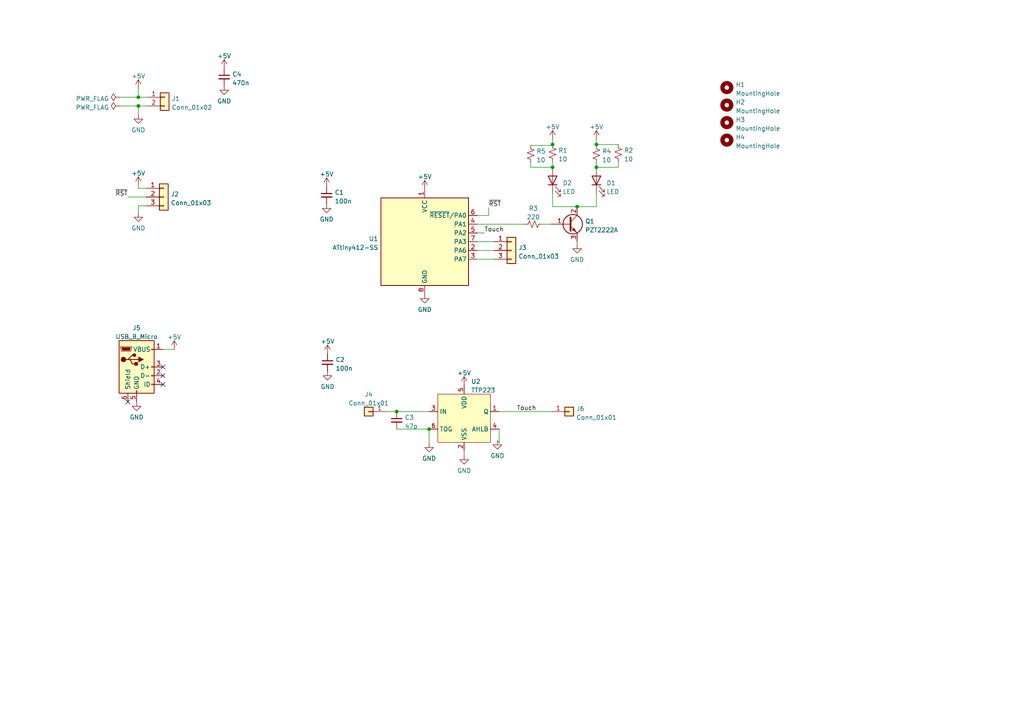
<source format=kicad_sch>
(kicad_sch (version 20211123) (generator eeschema)

  (uuid 67a0b73b-0487-454f-9001-f273219d64fb)

  (paper "A4")

  (lib_symbols
    (symbol "Connector:USB_B_Micro" (pin_names (offset 1.016)) (in_bom yes) (on_board yes)
      (property "Reference" "J" (id 0) (at -5.08 11.43 0)
        (effects (font (size 1.27 1.27)) (justify left))
      )
      (property "Value" "USB_B_Micro" (id 1) (at -5.08 8.89 0)
        (effects (font (size 1.27 1.27)) (justify left))
      )
      (property "Footprint" "" (id 2) (at 3.81 -1.27 0)
        (effects (font (size 1.27 1.27)) hide)
      )
      (property "Datasheet" "~" (id 3) (at 3.81 -1.27 0)
        (effects (font (size 1.27 1.27)) hide)
      )
      (property "ki_keywords" "connector USB micro" (id 4) (at 0 0 0)
        (effects (font (size 1.27 1.27)) hide)
      )
      (property "ki_description" "USB Micro Type B connector" (id 5) (at 0 0 0)
        (effects (font (size 1.27 1.27)) hide)
      )
      (property "ki_fp_filters" "USB*" (id 6) (at 0 0 0)
        (effects (font (size 1.27 1.27)) hide)
      )
      (symbol "USB_B_Micro_0_1"
        (rectangle (start -5.08 -7.62) (end 5.08 7.62)
          (stroke (width 0.254) (type default) (color 0 0 0 0))
          (fill (type background))
        )
        (circle (center -3.81 2.159) (radius 0.635)
          (stroke (width 0.254) (type default) (color 0 0 0 0))
          (fill (type outline))
        )
        (circle (center -0.635 3.429) (radius 0.381)
          (stroke (width 0.254) (type default) (color 0 0 0 0))
          (fill (type outline))
        )
        (rectangle (start -0.127 -7.62) (end 0.127 -6.858)
          (stroke (width 0) (type default) (color 0 0 0 0))
          (fill (type none))
        )
        (polyline
          (pts
            (xy -1.905 2.159)
            (xy 0.635 2.159)
          )
          (stroke (width 0.254) (type default) (color 0 0 0 0))
          (fill (type none))
        )
        (polyline
          (pts
            (xy -3.175 2.159)
            (xy -2.54 2.159)
            (xy -1.27 3.429)
            (xy -0.635 3.429)
          )
          (stroke (width 0.254) (type default) (color 0 0 0 0))
          (fill (type none))
        )
        (polyline
          (pts
            (xy -2.54 2.159)
            (xy -1.905 2.159)
            (xy -1.27 0.889)
            (xy 0 0.889)
          )
          (stroke (width 0.254) (type default) (color 0 0 0 0))
          (fill (type none))
        )
        (polyline
          (pts
            (xy 0.635 2.794)
            (xy 0.635 1.524)
            (xy 1.905 2.159)
            (xy 0.635 2.794)
          )
          (stroke (width 0.254) (type default) (color 0 0 0 0))
          (fill (type outline))
        )
        (polyline
          (pts
            (xy -4.318 5.588)
            (xy -1.778 5.588)
            (xy -2.032 4.826)
            (xy -4.064 4.826)
            (xy -4.318 5.588)
          )
          (stroke (width 0) (type default) (color 0 0 0 0))
          (fill (type outline))
        )
        (polyline
          (pts
            (xy -4.699 5.842)
            (xy -4.699 5.588)
            (xy -4.445 4.826)
            (xy -4.445 4.572)
            (xy -1.651 4.572)
            (xy -1.651 4.826)
            (xy -1.397 5.588)
            (xy -1.397 5.842)
            (xy -4.699 5.842)
          )
          (stroke (width 0) (type default) (color 0 0 0 0))
          (fill (type none))
        )
        (rectangle (start 0.254 1.27) (end -0.508 0.508)
          (stroke (width 0.254) (type default) (color 0 0 0 0))
          (fill (type outline))
        )
        (rectangle (start 5.08 -5.207) (end 4.318 -4.953)
          (stroke (width 0) (type default) (color 0 0 0 0))
          (fill (type none))
        )
        (rectangle (start 5.08 -2.667) (end 4.318 -2.413)
          (stroke (width 0) (type default) (color 0 0 0 0))
          (fill (type none))
        )
        (rectangle (start 5.08 -0.127) (end 4.318 0.127)
          (stroke (width 0) (type default) (color 0 0 0 0))
          (fill (type none))
        )
        (rectangle (start 5.08 4.953) (end 4.318 5.207)
          (stroke (width 0) (type default) (color 0 0 0 0))
          (fill (type none))
        )
      )
      (symbol "USB_B_Micro_1_1"
        (pin power_out line (at 7.62 5.08 180) (length 2.54)
          (name "VBUS" (effects (font (size 1.27 1.27))))
          (number "1" (effects (font (size 1.27 1.27))))
        )
        (pin bidirectional line (at 7.62 -2.54 180) (length 2.54)
          (name "D-" (effects (font (size 1.27 1.27))))
          (number "2" (effects (font (size 1.27 1.27))))
        )
        (pin bidirectional line (at 7.62 0 180) (length 2.54)
          (name "D+" (effects (font (size 1.27 1.27))))
          (number "3" (effects (font (size 1.27 1.27))))
        )
        (pin passive line (at 7.62 -5.08 180) (length 2.54)
          (name "ID" (effects (font (size 1.27 1.27))))
          (number "4" (effects (font (size 1.27 1.27))))
        )
        (pin power_out line (at 0 -10.16 90) (length 2.54)
          (name "GND" (effects (font (size 1.27 1.27))))
          (number "5" (effects (font (size 1.27 1.27))))
        )
        (pin passive line (at -2.54 -10.16 90) (length 2.54)
          (name "Shield" (effects (font (size 1.27 1.27))))
          (number "6" (effects (font (size 1.27 1.27))))
        )
      )
    )
    (symbol "Connector_Generic:Conn_01x01" (pin_names (offset 1.016) hide) (in_bom yes) (on_board yes)
      (property "Reference" "J" (id 0) (at 0 2.54 0)
        (effects (font (size 1.27 1.27)))
      )
      (property "Value" "Conn_01x01" (id 1) (at 0 -2.54 0)
        (effects (font (size 1.27 1.27)))
      )
      (property "Footprint" "" (id 2) (at 0 0 0)
        (effects (font (size 1.27 1.27)) hide)
      )
      (property "Datasheet" "~" (id 3) (at 0 0 0)
        (effects (font (size 1.27 1.27)) hide)
      )
      (property "ki_keywords" "connector" (id 4) (at 0 0 0)
        (effects (font (size 1.27 1.27)) hide)
      )
      (property "ki_description" "Generic connector, single row, 01x01, script generated (kicad-library-utils/schlib/autogen/connector/)" (id 5) (at 0 0 0)
        (effects (font (size 1.27 1.27)) hide)
      )
      (property "ki_fp_filters" "Connector*:*_1x??_*" (id 6) (at 0 0 0)
        (effects (font (size 1.27 1.27)) hide)
      )
      (symbol "Conn_01x01_1_1"
        (rectangle (start -1.27 0.127) (end 0 -0.127)
          (stroke (width 0.1524) (type default) (color 0 0 0 0))
          (fill (type none))
        )
        (rectangle (start -1.27 1.27) (end 1.27 -1.27)
          (stroke (width 0.254) (type default) (color 0 0 0 0))
          (fill (type background))
        )
        (pin passive line (at -5.08 0 0) (length 3.81)
          (name "Pin_1" (effects (font (size 1.27 1.27))))
          (number "1" (effects (font (size 1.27 1.27))))
        )
      )
    )
    (symbol "Connector_Generic:Conn_01x02" (pin_names (offset 1.016) hide) (in_bom yes) (on_board yes)
      (property "Reference" "J" (id 0) (at 0 2.54 0)
        (effects (font (size 1.27 1.27)))
      )
      (property "Value" "Conn_01x02" (id 1) (at 0 -5.08 0)
        (effects (font (size 1.27 1.27)))
      )
      (property "Footprint" "" (id 2) (at 0 0 0)
        (effects (font (size 1.27 1.27)) hide)
      )
      (property "Datasheet" "~" (id 3) (at 0 0 0)
        (effects (font (size 1.27 1.27)) hide)
      )
      (property "ki_keywords" "connector" (id 4) (at 0 0 0)
        (effects (font (size 1.27 1.27)) hide)
      )
      (property "ki_description" "Generic connector, single row, 01x02, script generated (kicad-library-utils/schlib/autogen/connector/)" (id 5) (at 0 0 0)
        (effects (font (size 1.27 1.27)) hide)
      )
      (property "ki_fp_filters" "Connector*:*_1x??_*" (id 6) (at 0 0 0)
        (effects (font (size 1.27 1.27)) hide)
      )
      (symbol "Conn_01x02_1_1"
        (rectangle (start -1.27 -2.413) (end 0 -2.667)
          (stroke (width 0.1524) (type default) (color 0 0 0 0))
          (fill (type none))
        )
        (rectangle (start -1.27 0.127) (end 0 -0.127)
          (stroke (width 0.1524) (type default) (color 0 0 0 0))
          (fill (type none))
        )
        (rectangle (start -1.27 1.27) (end 1.27 -3.81)
          (stroke (width 0.254) (type default) (color 0 0 0 0))
          (fill (type background))
        )
        (pin passive line (at -5.08 0 0) (length 3.81)
          (name "Pin_1" (effects (font (size 1.27 1.27))))
          (number "1" (effects (font (size 1.27 1.27))))
        )
        (pin passive line (at -5.08 -2.54 0) (length 3.81)
          (name "Pin_2" (effects (font (size 1.27 1.27))))
          (number "2" (effects (font (size 1.27 1.27))))
        )
      )
    )
    (symbol "Connector_Generic:Conn_01x03" (pin_names (offset 1.016) hide) (in_bom yes) (on_board yes)
      (property "Reference" "J" (id 0) (at 0 5.08 0)
        (effects (font (size 1.27 1.27)))
      )
      (property "Value" "Conn_01x03" (id 1) (at 0 -5.08 0)
        (effects (font (size 1.27 1.27)))
      )
      (property "Footprint" "" (id 2) (at 0 0 0)
        (effects (font (size 1.27 1.27)) hide)
      )
      (property "Datasheet" "~" (id 3) (at 0 0 0)
        (effects (font (size 1.27 1.27)) hide)
      )
      (property "ki_keywords" "connector" (id 4) (at 0 0 0)
        (effects (font (size 1.27 1.27)) hide)
      )
      (property "ki_description" "Generic connector, single row, 01x03, script generated (kicad-library-utils/schlib/autogen/connector/)" (id 5) (at 0 0 0)
        (effects (font (size 1.27 1.27)) hide)
      )
      (property "ki_fp_filters" "Connector*:*_1x??_*" (id 6) (at 0 0 0)
        (effects (font (size 1.27 1.27)) hide)
      )
      (symbol "Conn_01x03_1_1"
        (rectangle (start -1.27 -2.413) (end 0 -2.667)
          (stroke (width 0.1524) (type default) (color 0 0 0 0))
          (fill (type none))
        )
        (rectangle (start -1.27 0.127) (end 0 -0.127)
          (stroke (width 0.1524) (type default) (color 0 0 0 0))
          (fill (type none))
        )
        (rectangle (start -1.27 2.667) (end 0 2.413)
          (stroke (width 0.1524) (type default) (color 0 0 0 0))
          (fill (type none))
        )
        (rectangle (start -1.27 3.81) (end 1.27 -3.81)
          (stroke (width 0.254) (type default) (color 0 0 0 0))
          (fill (type background))
        )
        (pin passive line (at -5.08 2.54 0) (length 3.81)
          (name "Pin_1" (effects (font (size 1.27 1.27))))
          (number "1" (effects (font (size 1.27 1.27))))
        )
        (pin passive line (at -5.08 0 0) (length 3.81)
          (name "Pin_2" (effects (font (size 1.27 1.27))))
          (number "2" (effects (font (size 1.27 1.27))))
        )
        (pin passive line (at -5.08 -2.54 0) (length 3.81)
          (name "Pin_3" (effects (font (size 1.27 1.27))))
          (number "3" (effects (font (size 1.27 1.27))))
        )
      )
    )
    (symbol "Device:C_Small" (pin_numbers hide) (pin_names (offset 0.254) hide) (in_bom yes) (on_board yes)
      (property "Reference" "C" (id 0) (at 0.254 1.778 0)
        (effects (font (size 1.27 1.27)) (justify left))
      )
      (property "Value" "C_Small" (id 1) (at 0.254 -2.032 0)
        (effects (font (size 1.27 1.27)) (justify left))
      )
      (property "Footprint" "" (id 2) (at 0 0 0)
        (effects (font (size 1.27 1.27)) hide)
      )
      (property "Datasheet" "~" (id 3) (at 0 0 0)
        (effects (font (size 1.27 1.27)) hide)
      )
      (property "ki_keywords" "capacitor cap" (id 4) (at 0 0 0)
        (effects (font (size 1.27 1.27)) hide)
      )
      (property "ki_description" "Unpolarized capacitor, small symbol" (id 5) (at 0 0 0)
        (effects (font (size 1.27 1.27)) hide)
      )
      (property "ki_fp_filters" "C_*" (id 6) (at 0 0 0)
        (effects (font (size 1.27 1.27)) hide)
      )
      (symbol "C_Small_0_1"
        (polyline
          (pts
            (xy -1.524 -0.508)
            (xy 1.524 -0.508)
          )
          (stroke (width 0.3302) (type default) (color 0 0 0 0))
          (fill (type none))
        )
        (polyline
          (pts
            (xy -1.524 0.508)
            (xy 1.524 0.508)
          )
          (stroke (width 0.3048) (type default) (color 0 0 0 0))
          (fill (type none))
        )
      )
      (symbol "C_Small_1_1"
        (pin passive line (at 0 2.54 270) (length 2.032)
          (name "~" (effects (font (size 1.27 1.27))))
          (number "1" (effects (font (size 1.27 1.27))))
        )
        (pin passive line (at 0 -2.54 90) (length 2.032)
          (name "~" (effects (font (size 1.27 1.27))))
          (number "2" (effects (font (size 1.27 1.27))))
        )
      )
    )
    (symbol "Device:LED" (pin_numbers hide) (pin_names (offset 1.016) hide) (in_bom yes) (on_board yes)
      (property "Reference" "D" (id 0) (at 0 2.54 0)
        (effects (font (size 1.27 1.27)))
      )
      (property "Value" "LED" (id 1) (at 0 -2.54 0)
        (effects (font (size 1.27 1.27)))
      )
      (property "Footprint" "" (id 2) (at 0 0 0)
        (effects (font (size 1.27 1.27)) hide)
      )
      (property "Datasheet" "~" (id 3) (at 0 0 0)
        (effects (font (size 1.27 1.27)) hide)
      )
      (property "ki_keywords" "LED diode" (id 4) (at 0 0 0)
        (effects (font (size 1.27 1.27)) hide)
      )
      (property "ki_description" "Light emitting diode" (id 5) (at 0 0 0)
        (effects (font (size 1.27 1.27)) hide)
      )
      (property "ki_fp_filters" "LED* LED_SMD:* LED_THT:*" (id 6) (at 0 0 0)
        (effects (font (size 1.27 1.27)) hide)
      )
      (symbol "LED_0_1"
        (polyline
          (pts
            (xy -1.27 -1.27)
            (xy -1.27 1.27)
          )
          (stroke (width 0.254) (type default) (color 0 0 0 0))
          (fill (type none))
        )
        (polyline
          (pts
            (xy -1.27 0)
            (xy 1.27 0)
          )
          (stroke (width 0) (type default) (color 0 0 0 0))
          (fill (type none))
        )
        (polyline
          (pts
            (xy 1.27 -1.27)
            (xy 1.27 1.27)
            (xy -1.27 0)
            (xy 1.27 -1.27)
          )
          (stroke (width 0.254) (type default) (color 0 0 0 0))
          (fill (type none))
        )
        (polyline
          (pts
            (xy -3.048 -0.762)
            (xy -4.572 -2.286)
            (xy -3.81 -2.286)
            (xy -4.572 -2.286)
            (xy -4.572 -1.524)
          )
          (stroke (width 0) (type default) (color 0 0 0 0))
          (fill (type none))
        )
        (polyline
          (pts
            (xy -1.778 -0.762)
            (xy -3.302 -2.286)
            (xy -2.54 -2.286)
            (xy -3.302 -2.286)
            (xy -3.302 -1.524)
          )
          (stroke (width 0) (type default) (color 0 0 0 0))
          (fill (type none))
        )
      )
      (symbol "LED_1_1"
        (pin passive line (at -3.81 0 0) (length 2.54)
          (name "K" (effects (font (size 1.27 1.27))))
          (number "1" (effects (font (size 1.27 1.27))))
        )
        (pin passive line (at 3.81 0 180) (length 2.54)
          (name "A" (effects (font (size 1.27 1.27))))
          (number "2" (effects (font (size 1.27 1.27))))
        )
      )
    )
    (symbol "Device:R_Small_US" (pin_numbers hide) (pin_names (offset 0.254) hide) (in_bom yes) (on_board yes)
      (property "Reference" "R" (id 0) (at 0.762 0.508 0)
        (effects (font (size 1.27 1.27)) (justify left))
      )
      (property "Value" "R_Small_US" (id 1) (at 0.762 -1.016 0)
        (effects (font (size 1.27 1.27)) (justify left))
      )
      (property "Footprint" "" (id 2) (at 0 0 0)
        (effects (font (size 1.27 1.27)) hide)
      )
      (property "Datasheet" "~" (id 3) (at 0 0 0)
        (effects (font (size 1.27 1.27)) hide)
      )
      (property "ki_keywords" "r resistor" (id 4) (at 0 0 0)
        (effects (font (size 1.27 1.27)) hide)
      )
      (property "ki_description" "Resistor, small US symbol" (id 5) (at 0 0 0)
        (effects (font (size 1.27 1.27)) hide)
      )
      (property "ki_fp_filters" "R_*" (id 6) (at 0 0 0)
        (effects (font (size 1.27 1.27)) hide)
      )
      (symbol "R_Small_US_1_1"
        (polyline
          (pts
            (xy 0 0)
            (xy 1.016 -0.381)
            (xy 0 -0.762)
            (xy -1.016 -1.143)
            (xy 0 -1.524)
          )
          (stroke (width 0) (type default) (color 0 0 0 0))
          (fill (type none))
        )
        (polyline
          (pts
            (xy 0 1.524)
            (xy 1.016 1.143)
            (xy 0 0.762)
            (xy -1.016 0.381)
            (xy 0 0)
          )
          (stroke (width 0) (type default) (color 0 0 0 0))
          (fill (type none))
        )
        (pin passive line (at 0 2.54 270) (length 1.016)
          (name "~" (effects (font (size 1.27 1.27))))
          (number "1" (effects (font (size 1.27 1.27))))
        )
        (pin passive line (at 0 -2.54 90) (length 1.016)
          (name "~" (effects (font (size 1.27 1.27))))
          (number "2" (effects (font (size 1.27 1.27))))
        )
      )
    )
    (symbol "MCU_Microchip_ATtiny:ATtiny412-SS" (in_bom yes) (on_board yes)
      (property "Reference" "U" (id 0) (at -12.7 13.97 0)
        (effects (font (size 1.27 1.27)) (justify left bottom))
      )
      (property "Value" "ATtiny412-SS" (id 1) (at 2.54 -13.97 0)
        (effects (font (size 1.27 1.27)) (justify left top))
      )
      (property "Footprint" "Package_SO:SOIC-8_3.9x4.9mm_P1.27mm" (id 2) (at 0 0 0)
        (effects (font (size 1.27 1.27) italic) hide)
      )
      (property "Datasheet" "http://ww1.microchip.com/downloads/en/DeviceDoc/40001911A.pdf" (id 3) (at 0 0 0)
        (effects (font (size 1.27 1.27)) hide)
      )
      (property "ki_keywords" "AVR 8bit Microcontroller tinyAVR" (id 4) (at 0 0 0)
        (effects (font (size 1.27 1.27)) hide)
      )
      (property "ki_description" "20MHz, 4kB Flash, 256B SRAM, 128B EEPROM, SOIC-8" (id 5) (at 0 0 0)
        (effects (font (size 1.27 1.27)) hide)
      )
      (property "ki_fp_filters" "SOIC*3.9x4.9mm*P1.27mm*" (id 6) (at 0 0 0)
        (effects (font (size 1.27 1.27)) hide)
      )
      (symbol "ATtiny412-SS_0_1"
        (rectangle (start -12.7 -12.7) (end 12.7 12.7)
          (stroke (width 0.254) (type default) (color 0 0 0 0))
          (fill (type background))
        )
      )
      (symbol "ATtiny412-SS_1_1"
        (pin power_in line (at 0 15.24 270) (length 2.54)
          (name "VCC" (effects (font (size 1.27 1.27))))
          (number "1" (effects (font (size 1.27 1.27))))
        )
        (pin bidirectional line (at 15.24 -2.54 180) (length 2.54)
          (name "PA6" (effects (font (size 1.27 1.27))))
          (number "2" (effects (font (size 1.27 1.27))))
        )
        (pin bidirectional line (at 15.24 -5.08 180) (length 2.54)
          (name "PA7" (effects (font (size 1.27 1.27))))
          (number "3" (effects (font (size 1.27 1.27))))
        )
        (pin bidirectional line (at 15.24 5.08 180) (length 2.54)
          (name "PA1" (effects (font (size 1.27 1.27))))
          (number "4" (effects (font (size 1.27 1.27))))
        )
        (pin bidirectional line (at 15.24 2.54 180) (length 2.54)
          (name "PA2" (effects (font (size 1.27 1.27))))
          (number "5" (effects (font (size 1.27 1.27))))
        )
        (pin bidirectional line (at 15.24 7.62 180) (length 2.54)
          (name "~{RESET}/PA0" (effects (font (size 1.27 1.27))))
          (number "6" (effects (font (size 1.27 1.27))))
        )
        (pin bidirectional line (at 15.24 0 180) (length 2.54)
          (name "PA3" (effects (font (size 1.27 1.27))))
          (number "7" (effects (font (size 1.27 1.27))))
        )
        (pin power_in line (at 0 -15.24 90) (length 2.54)
          (name "GND" (effects (font (size 1.27 1.27))))
          (number "8" (effects (font (size 1.27 1.27))))
        )
      )
    )
    (symbol "Mechanical:MountingHole" (pin_names (offset 1.016)) (in_bom yes) (on_board yes)
      (property "Reference" "H" (id 0) (at 0 5.08 0)
        (effects (font (size 1.27 1.27)))
      )
      (property "Value" "MountingHole" (id 1) (at 0 3.175 0)
        (effects (font (size 1.27 1.27)))
      )
      (property "Footprint" "" (id 2) (at 0 0 0)
        (effects (font (size 1.27 1.27)) hide)
      )
      (property "Datasheet" "~" (id 3) (at 0 0 0)
        (effects (font (size 1.27 1.27)) hide)
      )
      (property "ki_keywords" "mounting hole" (id 4) (at 0 0 0)
        (effects (font (size 1.27 1.27)) hide)
      )
      (property "ki_description" "Mounting Hole without connection" (id 5) (at 0 0 0)
        (effects (font (size 1.27 1.27)) hide)
      )
      (property "ki_fp_filters" "MountingHole*" (id 6) (at 0 0 0)
        (effects (font (size 1.27 1.27)) hide)
      )
      (symbol "MountingHole_0_1"
        (circle (center 0 0) (radius 1.27)
          (stroke (width 1.27) (type default) (color 0 0 0 0))
          (fill (type none))
        )
      )
    )
    (symbol "Transistor_BJT:PZT2222A" (pin_names (offset 0) hide) (in_bom yes) (on_board yes)
      (property "Reference" "Q" (id 0) (at 5.08 1.905 0)
        (effects (font (size 1.27 1.27)) (justify left))
      )
      (property "Value" "PZT2222A" (id 1) (at 5.08 0 0)
        (effects (font (size 1.27 1.27)) (justify left))
      )
      (property "Footprint" "Package_TO_SOT_SMD:SOT-223-3_TabPin2" (id 2) (at 5.08 -1.905 0)
        (effects (font (size 1.27 1.27) italic) (justify left) hide)
      )
      (property "Datasheet" "https://www.onsemi.com/pub/Collateral/PN2222-D.PDF" (id 3) (at 0 0 0)
        (effects (font (size 1.27 1.27)) (justify left) hide)
      )
      (property "ki_keywords" "NPN General Puprose Transistor SMD" (id 4) (at 0 0 0)
        (effects (font (size 1.27 1.27)) hide)
      )
      (property "ki_description" "1A Ic, 40V Vce, NPN Transistor, General Purpose Transistor, SOT-223" (id 5) (at 0 0 0)
        (effects (font (size 1.27 1.27)) hide)
      )
      (property "ki_fp_filters" "SOT?223*" (id 6) (at 0 0 0)
        (effects (font (size 1.27 1.27)) hide)
      )
      (symbol "PZT2222A_0_1"
        (polyline
          (pts
            (xy 0 0)
            (xy 0.635 0)
          )
          (stroke (width 0) (type default) (color 0 0 0 0))
          (fill (type none))
        )
        (polyline
          (pts
            (xy 2.54 -2.54)
            (xy 0.635 -0.635)
          )
          (stroke (width 0) (type default) (color 0 0 0 0))
          (fill (type none))
        )
        (polyline
          (pts
            (xy 2.54 2.54)
            (xy 0.635 0.635)
          )
          (stroke (width 0) (type default) (color 0 0 0 0))
          (fill (type none))
        )
        (polyline
          (pts
            (xy 0.635 1.905)
            (xy 0.635 -1.905)
            (xy 0.635 -1.905)
          )
          (stroke (width 0.508) (type default) (color 0 0 0 0))
          (fill (type none))
        )
        (polyline
          (pts
            (xy 2.286 -2.286)
            (xy 1.778 -1.778)
            (xy 1.778 -1.778)
          )
          (stroke (width 0) (type default) (color 0 0 0 0))
          (fill (type none))
        )
        (polyline
          (pts
            (xy 1.143 -1.651)
            (xy 1.651 -1.143)
            (xy 2.159 -2.159)
            (xy 1.143 -1.651)
            (xy 1.143 -1.651)
          )
          (stroke (width 0) (type default) (color 0 0 0 0))
          (fill (type outline))
        )
        (circle (center 1.27 0) (radius 2.8194)
          (stroke (width 0.254) (type default) (color 0 0 0 0))
          (fill (type none))
        )
      )
      (symbol "PZT2222A_1_1"
        (pin input line (at -5.08 0 0) (length 5.08)
          (name "B" (effects (font (size 1.27 1.27))))
          (number "1" (effects (font (size 1.27 1.27))))
        )
        (pin passive line (at 2.54 5.08 270) (length 2.54)
          (name "C" (effects (font (size 1.27 1.27))))
          (number "2" (effects (font (size 1.27 1.27))))
        )
        (pin passive line (at 2.54 -5.08 90) (length 2.54)
          (name "E" (effects (font (size 1.27 1.27))))
          (number "3" (effects (font (size 1.27 1.27))))
        )
      )
    )
    (symbol "components_2:TTP223" (in_bom yes) (on_board yes)
      (property "Reference" "U" (id 0) (at -13.97 16.51 0)
        (effects (font (size 1.27 1.27)))
      )
      (property "Value" "TTP223" (id 1) (at -13.97 13.97 0)
        (effects (font (size 1.27 1.27)))
      )
      (property "Footprint" "" (id 2) (at -2.54 0 0)
        (effects (font (size 1.27 1.27)) hide)
      )
      (property "Datasheet" "" (id 3) (at -2.54 0 0)
        (effects (font (size 1.27 1.27)) hide)
      )
      (symbol "TTP223_0_1"
        (rectangle (start -7.62 7.62) (end 7.62 -6.35)
          (stroke (width 0.1524) (type default) (color 0 0 0 0))
          (fill (type background))
        )
      )
      (symbol "TTP223_1_1"
        (pin passive line (at 10.16 2.54 180) (length 2.54)
          (name "Q" (effects (font (size 1.27 1.27))))
          (number "1" (effects (font (size 1.27 1.27))))
        )
        (pin passive line (at 0 -8.89 90) (length 2.54)
          (name "VSS" (effects (font (size 1.27 1.27))))
          (number "2" (effects (font (size 1.27 1.27))))
        )
        (pin passive line (at -10.16 2.54 0) (length 2.54)
          (name "IN" (effects (font (size 1.27 1.27))))
          (number "3" (effects (font (size 1.27 1.27))))
        )
        (pin passive line (at 10.16 -2.54 180) (length 2.54)
          (name "AHLB" (effects (font (size 1.27 1.27))))
          (number "4" (effects (font (size 1.27 1.27))))
        )
        (pin passive line (at 0 10.16 270) (length 2.54)
          (name "VDD" (effects (font (size 1.27 1.27))))
          (number "5" (effects (font (size 1.27 1.27))))
        )
        (pin passive line (at -10.16 -2.54 0) (length 2.54)
          (name "TOG" (effects (font (size 1.27 1.27))))
          (number "6" (effects (font (size 1.27 1.27))))
        )
      )
    )
    (symbol "power:+5V" (power) (pin_names (offset 0)) (in_bom yes) (on_board yes)
      (property "Reference" "#PWR" (id 0) (at 0 -3.81 0)
        (effects (font (size 1.27 1.27)) hide)
      )
      (property "Value" "+5V" (id 1) (at 0 3.556 0)
        (effects (font (size 1.27 1.27)))
      )
      (property "Footprint" "" (id 2) (at 0 0 0)
        (effects (font (size 1.27 1.27)) hide)
      )
      (property "Datasheet" "" (id 3) (at 0 0 0)
        (effects (font (size 1.27 1.27)) hide)
      )
      (property "ki_keywords" "power-flag" (id 4) (at 0 0 0)
        (effects (font (size 1.27 1.27)) hide)
      )
      (property "ki_description" "Power symbol creates a global label with name \"+5V\"" (id 5) (at 0 0 0)
        (effects (font (size 1.27 1.27)) hide)
      )
      (symbol "+5V_0_1"
        (polyline
          (pts
            (xy -0.762 1.27)
            (xy 0 2.54)
          )
          (stroke (width 0) (type default) (color 0 0 0 0))
          (fill (type none))
        )
        (polyline
          (pts
            (xy 0 0)
            (xy 0 2.54)
          )
          (stroke (width 0) (type default) (color 0 0 0 0))
          (fill (type none))
        )
        (polyline
          (pts
            (xy 0 2.54)
            (xy 0.762 1.27)
          )
          (stroke (width 0) (type default) (color 0 0 0 0))
          (fill (type none))
        )
      )
      (symbol "+5V_1_1"
        (pin power_in line (at 0 0 90) (length 0) hide
          (name "+5V" (effects (font (size 1.27 1.27))))
          (number "1" (effects (font (size 1.27 1.27))))
        )
      )
    )
    (symbol "power:GND" (power) (pin_names (offset 0)) (in_bom yes) (on_board yes)
      (property "Reference" "#PWR" (id 0) (at 0 -6.35 0)
        (effects (font (size 1.27 1.27)) hide)
      )
      (property "Value" "GND" (id 1) (at 0 -3.81 0)
        (effects (font (size 1.27 1.27)))
      )
      (property "Footprint" "" (id 2) (at 0 0 0)
        (effects (font (size 1.27 1.27)) hide)
      )
      (property "Datasheet" "" (id 3) (at 0 0 0)
        (effects (font (size 1.27 1.27)) hide)
      )
      (property "ki_keywords" "power-flag" (id 4) (at 0 0 0)
        (effects (font (size 1.27 1.27)) hide)
      )
      (property "ki_description" "Power symbol creates a global label with name \"GND\" , ground" (id 5) (at 0 0 0)
        (effects (font (size 1.27 1.27)) hide)
      )
      (symbol "GND_0_1"
        (polyline
          (pts
            (xy 0 0)
            (xy 0 -1.27)
            (xy 1.27 -1.27)
            (xy 0 -2.54)
            (xy -1.27 -1.27)
            (xy 0 -1.27)
          )
          (stroke (width 0) (type default) (color 0 0 0 0))
          (fill (type none))
        )
      )
      (symbol "GND_1_1"
        (pin power_in line (at 0 0 270) (length 0) hide
          (name "GND" (effects (font (size 1.27 1.27))))
          (number "1" (effects (font (size 1.27 1.27))))
        )
      )
    )
    (symbol "power:PWR_FLAG" (power) (pin_numbers hide) (pin_names (offset 0) hide) (in_bom yes) (on_board yes)
      (property "Reference" "#FLG" (id 0) (at 0 1.905 0)
        (effects (font (size 1.27 1.27)) hide)
      )
      (property "Value" "PWR_FLAG" (id 1) (at 0 3.81 0)
        (effects (font (size 1.27 1.27)))
      )
      (property "Footprint" "" (id 2) (at 0 0 0)
        (effects (font (size 1.27 1.27)) hide)
      )
      (property "Datasheet" "~" (id 3) (at 0 0 0)
        (effects (font (size 1.27 1.27)) hide)
      )
      (property "ki_keywords" "power-flag" (id 4) (at 0 0 0)
        (effects (font (size 1.27 1.27)) hide)
      )
      (property "ki_description" "Special symbol for telling ERC where power comes from" (id 5) (at 0 0 0)
        (effects (font (size 1.27 1.27)) hide)
      )
      (symbol "PWR_FLAG_0_0"
        (pin power_out line (at 0 0 90) (length 0)
          (name "pwr" (effects (font (size 1.27 1.27))))
          (number "1" (effects (font (size 1.27 1.27))))
        )
      )
      (symbol "PWR_FLAG_0_1"
        (polyline
          (pts
            (xy 0 0)
            (xy 0 1.27)
            (xy -1.016 1.905)
            (xy 0 2.54)
            (xy 1.016 1.905)
            (xy 0 1.27)
          )
          (stroke (width 0) (type default) (color 0 0 0 0))
          (fill (type none))
        )
      )
    )
  )

  (junction (at 115.062 119.38) (diameter 0) (color 0 0 0 0)
    (uuid 1c6f75af-7681-480b-84f0-6b5f8461ea57)
  )
  (junction (at 160.274 41.91) (diameter 0) (color 0 0 0 0)
    (uuid 313ce97b-e8cf-44a3-9ee6-a5ac48528d6b)
  )
  (junction (at 40.132 30.734) (diameter 0) (color 0 0 0 0)
    (uuid 6e4568e8-ff00-4eb5-9345-e9b604591e24)
  )
  (junction (at 172.974 41.91) (diameter 0) (color 0 0 0 0)
    (uuid 84756b74-604d-48e9-882f-4aaf6baa34a1)
  )
  (junction (at 160.274 48.514) (diameter 0) (color 0 0 0 0)
    (uuid 88d8994c-81eb-49c7-80e9-ea1a8b246dab)
  )
  (junction (at 40.132 28.194) (diameter 0) (color 0 0 0 0)
    (uuid 8fe7d99c-81d7-498a-83c9-e17484ed1ead)
  )
  (junction (at 172.974 48.514) (diameter 0) (color 0 0 0 0)
    (uuid 911d9786-5fa9-4e73-b88f-522325e9b0cf)
  )
  (junction (at 167.386 59.944) (diameter 0) (color 0 0 0 0)
    (uuid a58f1217-d212-443a-b93f-fe58751e4677)
  )
  (junction (at 124.46 124.46) (diameter 0) (color 0 0 0 0)
    (uuid f5b7dc30-10b3-4e65-b289-a61a305d2c08)
  )

  (no_connect (at 47.244 106.426) (uuid 12550ab2-63ae-4c17-a666-eebc6f879d00))
  (no_connect (at 47.244 111.506) (uuid 44b247dc-be1b-4160-bde7-122afeb945f4))
  (no_connect (at 37.084 116.586) (uuid 4b39fce2-5982-4c77-8915-f235bdb4ba3f))
  (no_connect (at 47.244 108.966) (uuid c1ab48a2-6092-43a2-a559-1c3ec649031c))

  (wire (pts (xy 124.46 124.46) (xy 124.46 128.524))
    (stroke (width 0) (type default) (color 0 0 0 0))
    (uuid 00fffece-3598-44fd-8018-88ffdd3c3c15)
  )
  (wire (pts (xy 115.062 119.38) (xy 124.46 119.38))
    (stroke (width 0) (type default) (color 0 0 0 0))
    (uuid 02766b6a-8d79-4a8e-9587-5cc745296fd1)
  )
  (wire (pts (xy 144.78 124.46) (xy 144.78 128.524))
    (stroke (width 0) (type default) (color 0 0 0 0))
    (uuid 089c6c2d-0ec8-40ac-a369-73756054f603)
  )
  (wire (pts (xy 179.324 48.514) (xy 172.974 48.514))
    (stroke (width 0) (type default) (color 0 0 0 0))
    (uuid 09a3d453-6abc-41c8-b472-71c0913d5fc6)
  )
  (wire (pts (xy 144.78 128.524) (xy 144.272 127.762))
    (stroke (width 0) (type default) (color 0 0 0 0))
    (uuid 191ca36b-95d2-4198-9152-f46af0a20446)
  )
  (wire (pts (xy 167.386 70.866) (xy 167.386 70.104))
    (stroke (width 0) (type default) (color 0 0 0 0))
    (uuid 1e7fe731-8fe3-4781-909c-6164cfa4a735)
  )
  (wire (pts (xy 115.062 124.46) (xy 124.46 124.46))
    (stroke (width 0) (type default) (color 0 0 0 0))
    (uuid 1f083f90-a137-450b-adb5-62f86f7934a8)
  )
  (wire (pts (xy 40.132 28.194) (xy 40.132 25.654))
    (stroke (width 0) (type default) (color 0 0 0 0))
    (uuid 24cf5558-6aa6-47ff-af2e-3395ecd1a3d9)
  )
  (wire (pts (xy 153.924 42.164) (xy 160.274 42.164))
    (stroke (width 0) (type default) (color 0 0 0 0))
    (uuid 2a1c8355-33e5-4b67-950d-ed06406ce351)
  )
  (wire (pts (xy 134.62 130.81) (xy 134.62 132.08))
    (stroke (width 0) (type default) (color 0 0 0 0))
    (uuid 2ef2f76b-e0c1-4dad-b704-6161edfc111b)
  )
  (wire (pts (xy 42.418 59.69) (xy 40.132 59.69))
    (stroke (width 0) (type default) (color 0 0 0 0))
    (uuid 3684752f-ca14-40ee-a0e2-5e30baaa8e8f)
  )
  (wire (pts (xy 40.132 33.274) (xy 40.132 30.734))
    (stroke (width 0) (type default) (color 0 0 0 0))
    (uuid 3a317c4f-d113-466f-a8c9-d16a418dd97b)
  )
  (wire (pts (xy 112.014 119.38) (xy 115.062 119.38))
    (stroke (width 0) (type default) (color 0 0 0 0))
    (uuid 40d24498-c168-406d-8b11-5565181ef112)
  )
  (wire (pts (xy 50.546 101.346) (xy 47.244 101.346))
    (stroke (width 0) (type default) (color 0 0 0 0))
    (uuid 47b68455-e4f1-44db-a60e-0b58e6db9b4d)
  )
  (wire (pts (xy 140.462 67.564) (xy 138.43 67.564))
    (stroke (width 0) (type default) (color 0 0 0 0))
    (uuid 4bfc0185-bda9-43d3-8922-5e1e08c4bd30)
  )
  (wire (pts (xy 40.132 59.69) (xy 40.132 61.722))
    (stroke (width 0) (type default) (color 0 0 0 0))
    (uuid 6542775d-4f64-4581-afc9-581b04b37000)
  )
  (wire (pts (xy 40.132 54.61) (xy 42.418 54.61))
    (stroke (width 0) (type default) (color 0 0 0 0))
    (uuid 6775b0c8-f216-41cb-8153-3773377a5d21)
  )
  (wire (pts (xy 160.274 40.386) (xy 160.274 41.91))
    (stroke (width 0) (type default) (color 0 0 0 0))
    (uuid 6f45dc68-1fab-4973-a735-0bd319bde741)
  )
  (wire (pts (xy 143.256 70.104) (xy 138.43 70.104))
    (stroke (width 0) (type default) (color 0 0 0 0))
    (uuid 73624e4c-8aa8-4445-8eb8-eb32117dfc30)
  )
  (wire (pts (xy 153.924 47.244) (xy 153.924 48.514))
    (stroke (width 0) (type default) (color 0 0 0 0))
    (uuid 73b5adb6-97bf-42d9-9351-1ef07e387b35)
  )
  (wire (pts (xy 160.274 59.944) (xy 167.386 59.944))
    (stroke (width 0) (type default) (color 0 0 0 0))
    (uuid 754f3c12-c484-44ea-914f-8b9c3655ade6)
  )
  (wire (pts (xy 34.798 30.734) (xy 40.132 30.734))
    (stroke (width 0) (type default) (color 0 0 0 0))
    (uuid 77e58d85-1e16-4c9f-9896-f0521d7f348d)
  )
  (wire (pts (xy 152.146 65.024) (xy 138.43 65.024))
    (stroke (width 0) (type default) (color 0 0 0 0))
    (uuid 7a68d58a-dc64-422a-a1ce-c43c60c463a4)
  )
  (wire (pts (xy 172.974 56.134) (xy 172.974 59.944))
    (stroke (width 0) (type default) (color 0 0 0 0))
    (uuid 7c2ebb64-1465-4078-9d43-4d8318187cba)
  )
  (wire (pts (xy 144.78 119.38) (xy 160.02 119.38))
    (stroke (width 0) (type default) (color 0 0 0 0))
    (uuid 7e578662-e66a-479c-b68c-7db3d4ede94f)
  )
  (wire (pts (xy 138.43 62.484) (xy 141.732 62.484))
    (stroke (width 0) (type default) (color 0 0 0 0))
    (uuid 9f0dbbd6-3da3-4f01-abb5-c0e80b7e9eeb)
  )
  (wire (pts (xy 153.924 48.514) (xy 160.274 48.514))
    (stroke (width 0) (type default) (color 0 0 0 0))
    (uuid a0b633d0-05b2-407a-8d84-0b6af9008874)
  )
  (wire (pts (xy 179.324 46.99) (xy 179.324 48.514))
    (stroke (width 0) (type default) (color 0 0 0 0))
    (uuid ab655032-5f6a-4f05-ae57-16b5b4eacc15)
  )
  (wire (pts (xy 34.798 28.194) (xy 40.132 28.194))
    (stroke (width 0) (type default) (color 0 0 0 0))
    (uuid bd05024e-c22f-4075-97f6-0d01bbf510f5)
  )
  (wire (pts (xy 157.226 65.024) (xy 159.766 65.024))
    (stroke (width 0) (type default) (color 0 0 0 0))
    (uuid c8e65e79-4351-45bc-9f95-2cac401851f3)
  )
  (wire (pts (xy 160.274 41.91) (xy 160.274 42.164))
    (stroke (width 0) (type default) (color 0 0 0 0))
    (uuid cc69bd1f-b8fc-4b41-b9a6-cd9d1e6ca96e)
  )
  (wire (pts (xy 40.132 53.848) (xy 40.132 54.61))
    (stroke (width 0) (type default) (color 0 0 0 0))
    (uuid d42c3f49-64a3-466a-a1e8-f91ca8199b94)
  )
  (wire (pts (xy 143.256 75.184) (xy 138.43 75.184))
    (stroke (width 0) (type default) (color 0 0 0 0))
    (uuid d9e2aea6-8778-48b0-b2b4-0c2ab3d7b1cc)
  )
  (wire (pts (xy 172.974 40.386) (xy 172.974 41.91))
    (stroke (width 0) (type default) (color 0 0 0 0))
    (uuid da588ee4-960a-4afa-8a72-873027a8c4a6)
  )
  (wire (pts (xy 172.974 41.91) (xy 172.974 42.164))
    (stroke (width 0) (type default) (color 0 0 0 0))
    (uuid ddaa252f-4374-4a94-87e5-845af46dcc50)
  )
  (wire (pts (xy 172.974 47.244) (xy 172.974 48.514))
    (stroke (width 0) (type default) (color 0 0 0 0))
    (uuid df343efe-8531-4420-b1ad-a51b7a0bb8f1)
  )
  (wire (pts (xy 160.274 56.134) (xy 160.274 59.944))
    (stroke (width 0) (type default) (color 0 0 0 0))
    (uuid e30a1cad-23a7-4007-b079-4d87e8ba59a1)
  )
  (wire (pts (xy 160.274 48.514) (xy 160.274 46.99))
    (stroke (width 0) (type default) (color 0 0 0 0))
    (uuid e95b774e-8fde-4006-bd5d-86f05b4dc599)
  )
  (wire (pts (xy 40.132 30.734) (xy 42.672 30.734))
    (stroke (width 0) (type default) (color 0 0 0 0))
    (uuid ec875ada-58ca-4329-b03a-c79112572e27)
  )
  (wire (pts (xy 143.256 72.644) (xy 138.43 72.644))
    (stroke (width 0) (type default) (color 0 0 0 0))
    (uuid eeaf7c62-4d06-4df6-9a18-20b51c59a208)
  )
  (wire (pts (xy 179.324 41.91) (xy 172.974 41.91))
    (stroke (width 0) (type default) (color 0 0 0 0))
    (uuid eef2db70-7b4a-463c-bb2b-5d7c37fa6f41)
  )
  (wire (pts (xy 141.732 60.198) (xy 141.732 62.484))
    (stroke (width 0) (type default) (color 0 0 0 0))
    (uuid ef54c7b3-7ca3-4665-8db7-a6bbef903a58)
  )
  (wire (pts (xy 37.084 57.15) (xy 42.418 57.15))
    (stroke (width 0) (type default) (color 0 0 0 0))
    (uuid f119b774-cf4e-4154-a3e8-ce8e04e94d64)
  )
  (wire (pts (xy 172.974 59.944) (xy 167.386 59.944))
    (stroke (width 0) (type default) (color 0 0 0 0))
    (uuid f1751b2e-c462-4795-ad86-9aa9b52de395)
  )
  (wire (pts (xy 42.672 28.194) (xy 40.132 28.194))
    (stroke (width 0) (type default) (color 0 0 0 0))
    (uuid f4e36033-dc6f-4ff1-a309-7ce4f3dce113)
  )

  (label "~{RST}" (at 37.084 57.15 180)
    (effects (font (size 1.27 1.27)) (justify right bottom))
    (uuid 018ec2cf-3f83-4b2d-a5d8-8b13d1d93096)
  )
  (label "~{RST}" (at 141.732 60.198 0)
    (effects (font (size 1.27 1.27)) (justify left bottom))
    (uuid 29061204-c839-4689-82b5-7528bfa719c8)
  )
  (label "Touch" (at 149.86 119.38 0)
    (effects (font (size 1.27 1.27)) (justify left bottom))
    (uuid d36bd03f-069f-4c05-b5c1-5c66c0b59499)
  )
  (label "Touch" (at 140.462 67.564 0)
    (effects (font (size 1.27 1.27)) (justify left bottom))
    (uuid fc80fc6f-40ef-49c4-a4f9-e8059078cefc)
  )

  (symbol (lib_id "power:+5V") (at 50.546 101.346 0) (unit 1)
    (in_bom yes) (on_board yes) (fields_autoplaced)
    (uuid 00ee1ec3-2f6b-4e64-afa5-4d7171f94a62)
    (property "Reference" "#PWR0102" (id 0) (at 50.546 105.156 0)
      (effects (font (size 1.27 1.27)) hide)
    )
    (property "Value" "+5V" (id 1) (at 50.546 97.7702 0))
    (property "Footprint" "" (id 2) (at 50.546 101.346 0)
      (effects (font (size 1.27 1.27)) hide)
    )
    (property "Datasheet" "" (id 3) (at 50.546 101.346 0)
      (effects (font (size 1.27 1.27)) hide)
    )
    (pin "1" (uuid 05eb73b7-57dd-4855-8179-b2c1371db46f))
  )

  (symbol (lib_id "Device:LED") (at 172.974 52.324 90) (unit 1)
    (in_bom yes) (on_board yes) (fields_autoplaced)
    (uuid 0e8f1c0a-ab17-45b4-b031-91721edcf863)
    (property "Reference" "D1" (id 0) (at 175.895 53.0768 90)
      (effects (font (size 1.27 1.27)) (justify right))
    )
    (property "Value" "LED" (id 1) (at 175.895 55.6137 90)
      (effects (font (size 1.27 1.27)) (justify right))
    )
    (property "Footprint" "LED_SMD:LED_1W_3W_R8" (id 2) (at 172.974 52.324 0)
      (effects (font (size 1.27 1.27)) hide)
    )
    (property "Datasheet" "~" (id 3) (at 172.974 52.324 0)
      (effects (font (size 1.27 1.27)) hide)
    )
    (pin "1" (uuid 75c76b62-96a4-4c00-b604-f436a557840c))
    (pin "2" (uuid 4cc2393c-6bba-4e59-b16c-c602664b6507))
  )

  (symbol (lib_id "power:+5V") (at 134.62 111.76 0) (unit 1)
    (in_bom yes) (on_board yes) (fields_autoplaced)
    (uuid 1481d77f-e36d-4bec-ad23-cb1fe084ef48)
    (property "Reference" "#PWR014" (id 0) (at 134.62 115.57 0)
      (effects (font (size 1.27 1.27)) hide)
    )
    (property "Value" "+5V" (id 1) (at 134.62 108.1842 0))
    (property "Footprint" "" (id 2) (at 134.62 111.76 0)
      (effects (font (size 1.27 1.27)) hide)
    )
    (property "Datasheet" "" (id 3) (at 134.62 111.76 0)
      (effects (font (size 1.27 1.27)) hide)
    )
    (pin "1" (uuid 8fd6a458-3a35-4f23-9864-5a67d8087204))
  )

  (symbol (lib_id "Connector_Generic:Conn_01x01") (at 106.934 119.38 180) (unit 1)
    (in_bom yes) (on_board yes) (fields_autoplaced)
    (uuid 1691b8a2-64b8-447d-8eaf-e5133cffdf41)
    (property "Reference" "J4" (id 0) (at 106.934 114.4102 0))
    (property "Value" "Conn_01x01" (id 1) (at 106.934 116.9471 0))
    (property "Footprint" "Connector_PinSocket_2.54mm:PinSocket_1x01_P2.54mm_Vertical" (id 2) (at 106.934 119.38 0)
      (effects (font (size 1.27 1.27)) hide)
    )
    (property "Datasheet" "~" (id 3) (at 106.934 119.38 0)
      (effects (font (size 1.27 1.27)) hide)
    )
    (pin "1" (uuid 0341099a-bfb3-4071-8710-5f68f1396f9b))
  )

  (symbol (lib_id "power:GND") (at 39.624 116.586 0) (unit 1)
    (in_bom yes) (on_board yes) (fields_autoplaced)
    (uuid 1a54a11a-f2a2-4cef-98a0-97c448c8de96)
    (property "Reference" "#PWR0101" (id 0) (at 39.624 122.936 0)
      (effects (font (size 1.27 1.27)) hide)
    )
    (property "Value" "GND" (id 1) (at 39.624 121.0294 0))
    (property "Footprint" "" (id 2) (at 39.624 116.586 0)
      (effects (font (size 1.27 1.27)) hide)
    )
    (property "Datasheet" "" (id 3) (at 39.624 116.586 0)
      (effects (font (size 1.27 1.27)) hide)
    )
    (pin "1" (uuid b42d9ece-2f39-4995-b928-5581ab4564e4))
  )

  (symbol (lib_id "Mechanical:MountingHole") (at 210.82 25.4 0) (unit 1)
    (in_bom yes) (on_board yes) (fields_autoplaced)
    (uuid 1b568523-a109-423f-8531-41b45c59b4f6)
    (property "Reference" "H1" (id 0) (at 213.36 24.5653 0)
      (effects (font (size 1.27 1.27)) (justify left))
    )
    (property "Value" "MountingHole" (id 1) (at 213.36 27.1022 0)
      (effects (font (size 1.27 1.27)) (justify left))
    )
    (property "Footprint" "MountingHole:MountingHole_2.2mm_M2" (id 2) (at 210.82 25.4 0)
      (effects (font (size 1.27 1.27)) hide)
    )
    (property "Datasheet" "~" (id 3) (at 210.82 25.4 0)
      (effects (font (size 1.27 1.27)) hide)
    )
  )

  (symbol (lib_id "power:GND") (at 167.386 70.866 0) (unit 1)
    (in_bom yes) (on_board yes) (fields_autoplaced)
    (uuid 20b08ae6-29d1-4e21-b51f-85db2be125d7)
    (property "Reference" "#PWR09" (id 0) (at 167.386 77.216 0)
      (effects (font (size 1.27 1.27)) hide)
    )
    (property "Value" "GND" (id 1) (at 167.386 75.3094 0))
    (property "Footprint" "" (id 2) (at 167.386 70.866 0)
      (effects (font (size 1.27 1.27)) hide)
    )
    (property "Datasheet" "" (id 3) (at 167.386 70.866 0)
      (effects (font (size 1.27 1.27)) hide)
    )
    (pin "1" (uuid bc80d86b-1ed0-4938-9fb5-82a55a424c3f))
  )

  (symbol (lib_id "Device:R_Small_US") (at 154.686 65.024 90) (unit 1)
    (in_bom yes) (on_board yes) (fields_autoplaced)
    (uuid 25a84988-190c-46b3-be3b-509f20c519c6)
    (property "Reference" "R3" (id 0) (at 154.686 60.4352 90))
    (property "Value" "220" (id 1) (at 154.686 62.9721 90))
    (property "Footprint" "Resistor_SMD:R_0805_2012Metric" (id 2) (at 154.686 65.024 0)
      (effects (font (size 1.27 1.27)) hide)
    )
    (property "Datasheet" "~" (id 3) (at 154.686 65.024 0)
      (effects (font (size 1.27 1.27)) hide)
    )
    (property "JLCPCB PN" "C17557" (id 4) (at 154.686 65.024 90)
      (effects (font (size 1.27 1.27)) hide)
    )
    (pin "1" (uuid 449b82b0-cb51-46f2-bbbb-1f14793ac420))
    (pin "2" (uuid daf1a51b-e5cf-4948-a665-20a01a9ff095))
  )

  (symbol (lib_id "power:GND") (at 134.62 132.08 0) (unit 1)
    (in_bom yes) (on_board yes) (fields_autoplaced)
    (uuid 261c442a-f61b-4b83-aa77-0897609c64bd)
    (property "Reference" "#PWR017" (id 0) (at 134.62 138.43 0)
      (effects (font (size 1.27 1.27)) hide)
    )
    (property "Value" "GND" (id 1) (at 134.62 136.5234 0))
    (property "Footprint" "" (id 2) (at 134.62 132.08 0)
      (effects (font (size 1.27 1.27)) hide)
    )
    (property "Datasheet" "" (id 3) (at 134.62 132.08 0)
      (effects (font (size 1.27 1.27)) hide)
    )
    (pin "1" (uuid 37f38a21-c24d-4572-8a92-97e347551608))
  )

  (symbol (lib_id "Device:R_Small_US") (at 172.974 44.704 0) (unit 1)
    (in_bom yes) (on_board yes) (fields_autoplaced)
    (uuid 2e78abc0-ace3-4e8f-ba12-f001668c4b57)
    (property "Reference" "R4" (id 0) (at 174.625 43.8693 0)
      (effects (font (size 1.27 1.27)) (justify left))
    )
    (property "Value" "10" (id 1) (at 174.625 46.4062 0)
      (effects (font (size 1.27 1.27)) (justify left))
    )
    (property "Footprint" "Resistor_SMD:R_1206_3216Metric" (id 2) (at 172.974 44.704 0)
      (effects (font (size 1.27 1.27)) hide)
    )
    (property "Datasheet" "~" (id 3) (at 172.974 44.704 0)
      (effects (font (size 1.27 1.27)) hide)
    )
    (property "JLCPCB PN" "C17903" (id 4) (at 172.974 44.704 0)
      (effects (font (size 1.27 1.27)) hide)
    )
    (pin "1" (uuid 921b5a21-f7ed-4cc9-a535-d1ce8e4ed422))
    (pin "2" (uuid 39b91a43-eeef-484b-aa98-18d1eacaedef))
  )

  (symbol (lib_id "power:+5V") (at 172.974 40.386 0) (unit 1)
    (in_bom yes) (on_board yes) (fields_autoplaced)
    (uuid 30ab26a9-16c9-4505-861b-ad80e6cd9627)
    (property "Reference" "#PWR04" (id 0) (at 172.974 44.196 0)
      (effects (font (size 1.27 1.27)) hide)
    )
    (property "Value" "+5V" (id 1) (at 172.974 36.8102 0))
    (property "Footprint" "" (id 2) (at 172.974 40.386 0)
      (effects (font (size 1.27 1.27)) hide)
    )
    (property "Datasheet" "" (id 3) (at 172.974 40.386 0)
      (effects (font (size 1.27 1.27)) hide)
    )
    (pin "1" (uuid acd5d315-e23c-441d-b53c-624feda1c49c))
  )

  (symbol (lib_id "Mechanical:MountingHole") (at 210.82 30.48 0) (unit 1)
    (in_bom yes) (on_board yes) (fields_autoplaced)
    (uuid 37338d75-297f-4b07-afb3-5fb5383870bb)
    (property "Reference" "H2" (id 0) (at 213.36 29.6453 0)
      (effects (font (size 1.27 1.27)) (justify left))
    )
    (property "Value" "MountingHole" (id 1) (at 213.36 32.1822 0)
      (effects (font (size 1.27 1.27)) (justify left))
    )
    (property "Footprint" "MountingHole:MountingHole_2.2mm_M2" (id 2) (at 210.82 30.48 0)
      (effects (font (size 1.27 1.27)) hide)
    )
    (property "Datasheet" "~" (id 3) (at 210.82 30.48 0)
      (effects (font (size 1.27 1.27)) hide)
    )
  )

  (symbol (lib_id "power:+5V") (at 40.132 25.654 0) (unit 1)
    (in_bom yes) (on_board yes) (fields_autoplaced)
    (uuid 3bebef1f-cf5e-427f-a6e4-8314bebe0a96)
    (property "Reference" "#PWR01" (id 0) (at 40.132 29.464 0)
      (effects (font (size 1.27 1.27)) hide)
    )
    (property "Value" "+5V" (id 1) (at 40.132 22.0782 0))
    (property "Footprint" "" (id 2) (at 40.132 25.654 0)
      (effects (font (size 1.27 1.27)) hide)
    )
    (property "Datasheet" "" (id 3) (at 40.132 25.654 0)
      (effects (font (size 1.27 1.27)) hide)
    )
    (pin "1" (uuid 3c64a8a7-5b1b-4cb6-9ae0-97f2ec0bb19a))
  )

  (symbol (lib_id "Mechanical:MountingHole") (at 210.82 35.56 0) (unit 1)
    (in_bom yes) (on_board yes) (fields_autoplaced)
    (uuid 46d5763f-6ce1-40c0-b8ec-4adc61defe1f)
    (property "Reference" "H3" (id 0) (at 213.36 34.7253 0)
      (effects (font (size 1.27 1.27)) (justify left))
    )
    (property "Value" "MountingHole" (id 1) (at 213.36 37.2622 0)
      (effects (font (size 1.27 1.27)) (justify left))
    )
    (property "Footprint" "MountingHole:MountingHole_2.2mm_M2" (id 2) (at 210.82 35.56 0)
      (effects (font (size 1.27 1.27)) hide)
    )
    (property "Datasheet" "~" (id 3) (at 210.82 35.56 0)
      (effects (font (size 1.27 1.27)) hide)
    )
  )

  (symbol (lib_id "power:+5V") (at 94.742 54.102 0) (unit 1)
    (in_bom yes) (on_board yes) (fields_autoplaced)
    (uuid 4c67d51b-0f1c-4755-ad6e-fa5dc08d6053)
    (property "Reference" "#PWR05" (id 0) (at 94.742 57.912 0)
      (effects (font (size 1.27 1.27)) hide)
    )
    (property "Value" "+5V" (id 1) (at 94.742 50.5262 0))
    (property "Footprint" "" (id 2) (at 94.742 54.102 0)
      (effects (font (size 1.27 1.27)) hide)
    )
    (property "Datasheet" "" (id 3) (at 94.742 54.102 0)
      (effects (font (size 1.27 1.27)) hide)
    )
    (pin "1" (uuid 263723d3-52c0-4631-bbe3-87cf85adfc79))
  )

  (symbol (lib_id "Connector_Generic:Conn_01x03") (at 148.336 72.644 0) (unit 1)
    (in_bom yes) (on_board yes) (fields_autoplaced)
    (uuid 4eb2d789-e119-47a8-af16-5060b21df831)
    (property "Reference" "J3" (id 0) (at 150.368 71.8093 0)
      (effects (font (size 1.27 1.27)) (justify left))
    )
    (property "Value" "Conn_01x03" (id 1) (at 150.368 74.3462 0)
      (effects (font (size 1.27 1.27)) (justify left))
    )
    (property "Footprint" "Connector_PinSocket_2.54mm:PinSocket_1x03_P2.54mm_Vertical" (id 2) (at 148.336 72.644 0)
      (effects (font (size 1.27 1.27)) hide)
    )
    (property "Datasheet" "~" (id 3) (at 148.336 72.644 0)
      (effects (font (size 1.27 1.27)) hide)
    )
    (pin "1" (uuid bc250d03-07ef-4b1b-9cc9-3271105b4f6c))
    (pin "2" (uuid 09ec5033-6646-44c3-bf15-eb9432853d08))
    (pin "3" (uuid 6aea0ee2-ed8b-4851-b7c8-55dd260f0523))
  )

  (symbol (lib_id "Device:C_Small") (at 94.996 105.156 0) (unit 1)
    (in_bom yes) (on_board yes) (fields_autoplaced)
    (uuid 53244cf5-9ca0-4a8b-b835-d5806eb00939)
    (property "Reference" "C2" (id 0) (at 97.3201 104.3276 0)
      (effects (font (size 1.27 1.27)) (justify left))
    )
    (property "Value" "100n" (id 1) (at 97.3201 106.8645 0)
      (effects (font (size 1.27 1.27)) (justify left))
    )
    (property "Footprint" "Capacitor_SMD:C_0805_2012Metric" (id 2) (at 94.996 105.156 0)
      (effects (font (size 1.27 1.27)) hide)
    )
    (property "Datasheet" "~" (id 3) (at 94.996 105.156 0)
      (effects (font (size 1.27 1.27)) hide)
    )
    (property "JLCPCB PN" "C49678" (id 4) (at 94.996 105.156 0)
      (effects (font (size 1.27 1.27)) hide)
    )
    (pin "1" (uuid 1b3a3ee0-a14f-4ef8-ba16-13e1098066dc))
    (pin "2" (uuid 528278a3-95c5-4cb6-b9b7-89667a3e3ddc))
  )

  (symbol (lib_id "power:GND") (at 94.742 59.182 0) (unit 1)
    (in_bom yes) (on_board yes) (fields_autoplaced)
    (uuid 564c2020-7b83-4f48-a836-8022fbb0e7c1)
    (property "Reference" "#PWR07" (id 0) (at 94.742 65.532 0)
      (effects (font (size 1.27 1.27)) hide)
    )
    (property "Value" "GND" (id 1) (at 94.742 63.6254 0))
    (property "Footprint" "" (id 2) (at 94.742 59.182 0)
      (effects (font (size 1.27 1.27)) hide)
    )
    (property "Datasheet" "" (id 3) (at 94.742 59.182 0)
      (effects (font (size 1.27 1.27)) hide)
    )
    (pin "1" (uuid 21d1f94b-8f14-4fe8-baae-d1ef141c7883))
  )

  (symbol (lib_id "Device:LED") (at 160.274 52.324 90) (unit 1)
    (in_bom yes) (on_board yes) (fields_autoplaced)
    (uuid 5d5b73b8-5b40-435c-a133-7f1ed870180f)
    (property "Reference" "D2" (id 0) (at 163.195 53.0768 90)
      (effects (font (size 1.27 1.27)) (justify right))
    )
    (property "Value" "LED" (id 1) (at 163.195 55.6137 90)
      (effects (font (size 1.27 1.27)) (justify right))
    )
    (property "Footprint" "LED_SMD:LED_1W_3W_R8" (id 2) (at 160.274 52.324 0)
      (effects (font (size 1.27 1.27)) hide)
    )
    (property "Datasheet" "~" (id 3) (at 160.274 52.324 0)
      (effects (font (size 1.27 1.27)) hide)
    )
    (pin "1" (uuid a9a84f81-5609-46f1-805d-6a00bfeeaea3))
    (pin "2" (uuid 8722736f-3057-4a4f-b9a4-40dc35504752))
  )

  (symbol (lib_id "Mechanical:MountingHole") (at 210.82 40.64 0) (unit 1)
    (in_bom yes) (on_board yes) (fields_autoplaced)
    (uuid 5eb6153f-be59-42b8-b727-8a55b2cb061c)
    (property "Reference" "H4" (id 0) (at 213.36 39.8053 0)
      (effects (font (size 1.27 1.27)) (justify left))
    )
    (property "Value" "MountingHole" (id 1) (at 213.36 42.3422 0)
      (effects (font (size 1.27 1.27)) (justify left))
    )
    (property "Footprint" "MountingHole:MountingHole_2.2mm_M2" (id 2) (at 210.82 40.64 0)
      (effects (font (size 1.27 1.27)) hide)
    )
    (property "Datasheet" "~" (id 3) (at 210.82 40.64 0)
      (effects (font (size 1.27 1.27)) hide)
    )
  )

  (symbol (lib_id "power:PWR_FLAG") (at 34.798 30.734 90) (unit 1)
    (in_bom yes) (on_board yes) (fields_autoplaced)
    (uuid 60ebbfd5-fbba-4ecf-91e2-3418f75fdb23)
    (property "Reference" "#FLG02" (id 0) (at 32.893 30.734 0)
      (effects (font (size 1.27 1.27)) hide)
    )
    (property "Value" "PWR_FLAG" (id 1) (at 31.6231 31.1678 90)
      (effects (font (size 1.27 1.27)) (justify left))
    )
    (property "Footprint" "" (id 2) (at 34.798 30.734 0)
      (effects (font (size 1.27 1.27)) hide)
    )
    (property "Datasheet" "~" (id 3) (at 34.798 30.734 0)
      (effects (font (size 1.27 1.27)) hide)
    )
    (pin "1" (uuid 432687d1-f599-4763-a3a1-716eb5338f19))
  )

  (symbol (lib_id "power:+5V") (at 65.024 19.812 0) (unit 1)
    (in_bom yes) (on_board yes) (fields_autoplaced)
    (uuid 67ca7431-a503-42d0-9f3e-a9b31e1b9742)
    (property "Reference" "#PWR018" (id 0) (at 65.024 23.622 0)
      (effects (font (size 1.27 1.27)) hide)
    )
    (property "Value" "+5V" (id 1) (at 65.024 16.2362 0))
    (property "Footprint" "" (id 2) (at 65.024 19.812 0)
      (effects (font (size 1.27 1.27)) hide)
    )
    (property "Datasheet" "" (id 3) (at 65.024 19.812 0)
      (effects (font (size 1.27 1.27)) hide)
    )
    (pin "1" (uuid b4da94f2-2b0f-4901-85b1-7af15c06876b))
  )

  (symbol (lib_id "power:PWR_FLAG") (at 34.798 28.194 90) (unit 1)
    (in_bom yes) (on_board yes) (fields_autoplaced)
    (uuid 69256f11-a3ee-4dff-865c-1d59ba7e22fe)
    (property "Reference" "#FLG01" (id 0) (at 32.893 28.194 0)
      (effects (font (size 1.27 1.27)) hide)
    )
    (property "Value" "PWR_FLAG" (id 1) (at 31.6231 28.6278 90)
      (effects (font (size 1.27 1.27)) (justify left))
    )
    (property "Footprint" "" (id 2) (at 34.798 28.194 0)
      (effects (font (size 1.27 1.27)) hide)
    )
    (property "Datasheet" "~" (id 3) (at 34.798 28.194 0)
      (effects (font (size 1.27 1.27)) hide)
    )
    (pin "1" (uuid ad427983-c62c-4289-8255-9d48c1e81a3e))
  )

  (symbol (lib_id "power:GND") (at 40.132 33.274 0) (unit 1)
    (in_bom yes) (on_board yes) (fields_autoplaced)
    (uuid 6bbe9340-9333-4a29-935d-792ab1b70aca)
    (property "Reference" "#PWR02" (id 0) (at 40.132 39.624 0)
      (effects (font (size 1.27 1.27)) hide)
    )
    (property "Value" "GND" (id 1) (at 40.132 37.7174 0))
    (property "Footprint" "" (id 2) (at 40.132 33.274 0)
      (effects (font (size 1.27 1.27)) hide)
    )
    (property "Datasheet" "" (id 3) (at 40.132 33.274 0)
      (effects (font (size 1.27 1.27)) hide)
    )
    (pin "1" (uuid f872dffa-32ee-4c93-9a82-410ae14d900f))
  )

  (symbol (lib_id "Device:R_Small_US") (at 153.924 44.704 0) (unit 1)
    (in_bom yes) (on_board yes) (fields_autoplaced)
    (uuid 6d1d6738-fe4a-4335-8f14-25cf28543835)
    (property "Reference" "R5" (id 0) (at 155.575 43.8693 0)
      (effects (font (size 1.27 1.27)) (justify left))
    )
    (property "Value" "10" (id 1) (at 155.575 46.4062 0)
      (effects (font (size 1.27 1.27)) (justify left))
    )
    (property "Footprint" "Resistor_SMD:R_1206_3216Metric" (id 2) (at 153.924 44.704 0)
      (effects (font (size 1.27 1.27)) hide)
    )
    (property "Datasheet" "~" (id 3) (at 153.924 44.704 0)
      (effects (font (size 1.27 1.27)) hide)
    )
    (property "JLCPCB PN" "C17903" (id 4) (at 153.924 44.704 0)
      (effects (font (size 1.27 1.27)) hide)
    )
    (pin "1" (uuid a1ff0c3e-79ec-486d-9348-7fffcf3e6a96))
    (pin "2" (uuid 17d3ad0e-1cad-4115-80eb-7e282051d766))
  )

  (symbol (lib_id "power:+5V") (at 94.996 102.616 0) (unit 1)
    (in_bom yes) (on_board yes) (fields_autoplaced)
    (uuid 713f13d0-6188-4b4b-890b-7b942c06aa48)
    (property "Reference" "#PWR012" (id 0) (at 94.996 106.426 0)
      (effects (font (size 1.27 1.27)) hide)
    )
    (property "Value" "+5V" (id 1) (at 94.996 99.0402 0))
    (property "Footprint" "" (id 2) (at 94.996 102.616 0)
      (effects (font (size 1.27 1.27)) hide)
    )
    (property "Datasheet" "" (id 3) (at 94.996 102.616 0)
      (effects (font (size 1.27 1.27)) hide)
    )
    (pin "1" (uuid a21269bb-3b6e-4dd9-9c72-f3afa79e8017))
  )

  (symbol (lib_id "components_2:TTP223") (at 134.62 121.92 0) (unit 1)
    (in_bom yes) (on_board yes) (fields_autoplaced)
    (uuid 75c257ce-758f-45cd-b081-ea0d74c5d1cd)
    (property "Reference" "U2" (id 0) (at 136.6394 110.651 0)
      (effects (font (size 1.27 1.27)) (justify left))
    )
    (property "Value" "TTP223" (id 1) (at 136.6394 113.1879 0)
      (effects (font (size 1.27 1.27)) (justify left))
    )
    (property "Footprint" "Package_TO_SOT_SMD:SOT-23-6" (id 2) (at 132.08 121.92 0)
      (effects (font (size 1.27 1.27)) hide)
    )
    (property "Datasheet" "" (id 3) (at 132.08 121.92 0)
      (effects (font (size 1.27 1.27)) hide)
    )
    (property "JLCPCB PN" "C80803" (id 4) (at 134.62 121.92 0)
      (effects (font (size 1.27 1.27)) hide)
    )
    (pin "1" (uuid a6e50d00-b129-47dc-aaf3-9061d0918e9e))
    (pin "2" (uuid 186ea09e-d1f1-48ad-9e28-526372e15eb2))
    (pin "3" (uuid a14ce22e-e648-428c-802f-785ce82bd509))
    (pin "4" (uuid 8986c429-4c06-4c12-b55d-b2ebedd6db48))
    (pin "5" (uuid 887aaa74-2fa6-4e37-ba1b-63933cde51ad))
    (pin "6" (uuid 1ba55d87-232e-40af-9e94-69aa5006e2a5))
  )

  (symbol (lib_id "power:GND") (at 123.19 85.344 0) (unit 1)
    (in_bom yes) (on_board yes) (fields_autoplaced)
    (uuid 77779c75-9e15-4ea8-beeb-b7047d04224b)
    (property "Reference" "#PWR011" (id 0) (at 123.19 91.694 0)
      (effects (font (size 1.27 1.27)) hide)
    )
    (property "Value" "GND" (id 1) (at 123.19 89.7874 0))
    (property "Footprint" "" (id 2) (at 123.19 85.344 0)
      (effects (font (size 1.27 1.27)) hide)
    )
    (property "Datasheet" "" (id 3) (at 123.19 85.344 0)
      (effects (font (size 1.27 1.27)) hide)
    )
    (pin "1" (uuid c77e2577-20ea-420c-af02-1e89fcc4c9f8))
  )

  (symbol (lib_id "Device:C_Small") (at 115.062 121.92 0) (unit 1)
    (in_bom yes) (on_board yes) (fields_autoplaced)
    (uuid 79e1409c-760a-4cc0-8d87-32d0c5a99050)
    (property "Reference" "C3" (id 0) (at 117.3861 121.0916 0)
      (effects (font (size 1.27 1.27)) (justify left))
    )
    (property "Value" "47p" (id 1) (at 117.3861 123.6285 0)
      (effects (font (size 1.27 1.27)) (justify left))
    )
    (property "Footprint" "Capacitor_SMD:C_0805_2012Metric" (id 2) (at 115.062 121.92 0)
      (effects (font (size 1.27 1.27)) hide)
    )
    (property "Datasheet" "~" (id 3) (at 115.062 121.92 0)
      (effects (font (size 1.27 1.27)) hide)
    )
    (property "JLCPCB PN" "C14857" (id 4) (at 115.062 121.92 0)
      (effects (font (size 1.27 1.27)) hide)
    )
    (pin "1" (uuid 9817e4f3-b08b-494f-bb52-33e7843f3594))
    (pin "2" (uuid 42e45e29-d02d-4218-8359-f19c9d4c7ad5))
  )

  (symbol (lib_id "power:GND") (at 144.272 127.762 0) (unit 1)
    (in_bom yes) (on_board yes) (fields_autoplaced)
    (uuid 7ac92d4d-d6d3-4267-979a-2c0c810e6f91)
    (property "Reference" "#PWR016" (id 0) (at 144.272 134.112 0)
      (effects (font (size 1.27 1.27)) hide)
    )
    (property "Value" "GND" (id 1) (at 144.272 132.2054 0))
    (property "Footprint" "" (id 2) (at 144.272 127.762 0)
      (effects (font (size 1.27 1.27)) hide)
    )
    (property "Datasheet" "" (id 3) (at 144.272 127.762 0)
      (effects (font (size 1.27 1.27)) hide)
    )
    (pin "1" (uuid 14187966-0fa3-4063-8896-a95444888965))
  )

  (symbol (lib_id "Connector_Generic:Conn_01x03") (at 47.498 57.15 0) (unit 1)
    (in_bom yes) (on_board yes) (fields_autoplaced)
    (uuid 8298a19c-0c4f-4fd7-83c9-e682c509e18a)
    (property "Reference" "J2" (id 0) (at 49.53 56.3153 0)
      (effects (font (size 1.27 1.27)) (justify left))
    )
    (property "Value" "Conn_01x03" (id 1) (at 49.53 58.8522 0)
      (effects (font (size 1.27 1.27)) (justify left))
    )
    (property "Footprint" "Connector_PinSocket_2.54mm:PinSocket_1x03_P2.54mm_Vertical" (id 2) (at 47.498 57.15 0)
      (effects (font (size 1.27 1.27)) hide)
    )
    (property "Datasheet" "~" (id 3) (at 47.498 57.15 0)
      (effects (font (size 1.27 1.27)) hide)
    )
    (pin "1" (uuid bfce9b0c-e1ad-411c-8a67-af74f150c29c))
    (pin "2" (uuid e6d4936a-c72c-4dcd-afb2-46fa9e0785ab))
    (pin "3" (uuid 9e702395-3f9d-42b5-a405-858db7eeb00c))
  )

  (symbol (lib_id "Connector:USB_B_Micro") (at 39.624 106.426 0) (unit 1)
    (in_bom yes) (on_board yes) (fields_autoplaced)
    (uuid 82a3e59e-2629-44e6-aa82-d4d844e66e56)
    (property "Reference" "J5" (id 0) (at 39.624 95.1062 0))
    (property "Value" "USB_B_Micro" (id 1) (at 39.624 97.6431 0))
    (property "Footprint" "Connector_USB:USB_Micro-B_Molex-105017-0001" (id 2) (at 43.434 107.696 0)
      (effects (font (size 1.27 1.27)) hide)
    )
    (property "Datasheet" "~" (id 3) (at 43.434 107.696 0)
      (effects (font (size 1.27 1.27)) hide)
    )
    (property "JLCPCB PN" "C404969" (id 4) (at 39.624 106.426 0)
      (effects (font (size 1.27 1.27)) hide)
    )
    (pin "1" (uuid 22df67f2-94f3-4a79-a543-4a31b25b307f))
    (pin "2" (uuid c8903b66-3acf-4dfd-90ea-331303f088d6))
    (pin "3" (uuid 24959fd7-20a4-41e6-8665-84066967a68e))
    (pin "4" (uuid 0c6945c2-2c93-46b2-acf8-0d71bccf546b))
    (pin "5" (uuid 28ecf5ce-8aee-456c-ac5b-697777aa69de))
    (pin "6" (uuid 099eaf5b-035c-499b-b4b8-1d075abbc815))
  )

  (symbol (lib_id "power:+5V") (at 160.274 40.386 0) (unit 1)
    (in_bom yes) (on_board yes) (fields_autoplaced)
    (uuid 83262006-99f1-4521-b9d8-469b7b6bc630)
    (property "Reference" "#PWR03" (id 0) (at 160.274 44.196 0)
      (effects (font (size 1.27 1.27)) hide)
    )
    (property "Value" "+5V" (id 1) (at 160.274 36.8102 0))
    (property "Footprint" "" (id 2) (at 160.274 40.386 0)
      (effects (font (size 1.27 1.27)) hide)
    )
    (property "Datasheet" "" (id 3) (at 160.274 40.386 0)
      (effects (font (size 1.27 1.27)) hide)
    )
    (pin "1" (uuid 63ca3eb8-1c43-4534-b442-cc347f3420b5))
  )

  (symbol (lib_id "Device:C_Small") (at 65.024 22.352 0) (unit 1)
    (in_bom yes) (on_board yes) (fields_autoplaced)
    (uuid 983b79c0-90cd-49df-b46b-2292fe7990ea)
    (property "Reference" "C4" (id 0) (at 67.3481 21.5236 0)
      (effects (font (size 1.27 1.27)) (justify left))
    )
    (property "Value" "470n" (id 1) (at 67.3481 24.0605 0)
      (effects (font (size 1.27 1.27)) (justify left))
    )
    (property "Footprint" "Capacitor_SMD:C_0805_2012Metric" (id 2) (at 65.024 22.352 0)
      (effects (font (size 1.27 1.27)) hide)
    )
    (property "Datasheet" "~" (id 3) (at 65.024 22.352 0)
      (effects (font (size 1.27 1.27)) hide)
    )
    (property "JLCPCB PN" "C13967" (id 4) (at 65.024 22.352 0)
      (effects (font (size 1.27 1.27)) hide)
    )
    (pin "1" (uuid df220b34-0fbf-4f1d-bfdd-9c2e18c4ef0c))
    (pin "2" (uuid 0474d270-2ebc-4d1f-ba03-96d5e13fc897))
  )

  (symbol (lib_id "power:+5V") (at 40.132 53.848 0) (unit 1)
    (in_bom yes) (on_board yes) (fields_autoplaced)
    (uuid 9b8a18d7-9fa2-43f5-a8ca-253c2bc6a170)
    (property "Reference" "#PWR08" (id 0) (at 40.132 57.658 0)
      (effects (font (size 1.27 1.27)) hide)
    )
    (property "Value" "+5V" (id 1) (at 40.132 50.2722 0))
    (property "Footprint" "" (id 2) (at 40.132 53.848 0)
      (effects (font (size 1.27 1.27)) hide)
    )
    (property "Datasheet" "" (id 3) (at 40.132 53.848 0)
      (effects (font (size 1.27 1.27)) hide)
    )
    (pin "1" (uuid 7feae773-a7eb-47a6-acd5-f0b125ce22b0))
  )

  (symbol (lib_id "Transistor_BJT:PZT2222A") (at 164.846 65.024 0) (unit 1)
    (in_bom yes) (on_board yes) (fields_autoplaced)
    (uuid a6e50a67-d44f-4cbc-b0b2-387818c95c74)
    (property "Reference" "Q1" (id 0) (at 169.6974 64.1893 0)
      (effects (font (size 1.27 1.27)) (justify left))
    )
    (property "Value" "PZT2222A" (id 1) (at 169.6974 66.7262 0)
      (effects (font (size 1.27 1.27)) (justify left))
    )
    (property "Footprint" "Package_TO_SOT_SMD:SOT-223-3_TabPin2" (id 2) (at 169.926 66.929 0)
      (effects (font (size 1.27 1.27) italic) (justify left) hide)
    )
    (property "Datasheet" "https://www.onsemi.com/pub/Collateral/PN2222-D.PDF" (id 3) (at 164.846 65.024 0)
      (effects (font (size 1.27 1.27)) (justify left) hide)
    )
    (pin "1" (uuid 9d425828-6963-4128-a137-dd62c084c025))
    (pin "2" (uuid 293dccdc-a641-452f-8239-05b67026414f))
    (pin "3" (uuid f081d827-e6e6-4010-8841-f69e1852f418))
  )

  (symbol (lib_id "power:GND") (at 94.996 107.696 0) (unit 1)
    (in_bom yes) (on_board yes) (fields_autoplaced)
    (uuid b0e6894c-2d33-46cc-afe3-c33483405c93)
    (property "Reference" "#PWR013" (id 0) (at 94.996 114.046 0)
      (effects (font (size 1.27 1.27)) hide)
    )
    (property "Value" "GND" (id 1) (at 94.996 112.1394 0))
    (property "Footprint" "" (id 2) (at 94.996 107.696 0)
      (effects (font (size 1.27 1.27)) hide)
    )
    (property "Datasheet" "" (id 3) (at 94.996 107.696 0)
      (effects (font (size 1.27 1.27)) hide)
    )
    (pin "1" (uuid 7afb3f9c-86db-4a41-bd71-b8b3ba122b51))
  )

  (symbol (lib_id "power:GND") (at 65.024 24.892 0) (unit 1)
    (in_bom yes) (on_board yes) (fields_autoplaced)
    (uuid b31a3d2a-fab4-4e7f-8dcf-9f7e5815ed71)
    (property "Reference" "#PWR019" (id 0) (at 65.024 31.242 0)
      (effects (font (size 1.27 1.27)) hide)
    )
    (property "Value" "GND" (id 1) (at 65.024 29.3354 0))
    (property "Footprint" "" (id 2) (at 65.024 24.892 0)
      (effects (font (size 1.27 1.27)) hide)
    )
    (property "Datasheet" "" (id 3) (at 65.024 24.892 0)
      (effects (font (size 1.27 1.27)) hide)
    )
    (pin "1" (uuid e9bf378e-bfc1-41b2-b8c1-a3ddd72d460b))
  )

  (symbol (lib_id "power:GND") (at 124.46 128.524 0) (unit 1)
    (in_bom yes) (on_board yes) (fields_autoplaced)
    (uuid b79fb462-50ad-4be5-8fb1-66de4b5fa30a)
    (property "Reference" "#PWR015" (id 0) (at 124.46 134.874 0)
      (effects (font (size 1.27 1.27)) hide)
    )
    (property "Value" "GND" (id 1) (at 124.46 132.9674 0))
    (property "Footprint" "" (id 2) (at 124.46 128.524 0)
      (effects (font (size 1.27 1.27)) hide)
    )
    (property "Datasheet" "" (id 3) (at 124.46 128.524 0)
      (effects (font (size 1.27 1.27)) hide)
    )
    (pin "1" (uuid d9b72c34-b745-4ef5-8482-8c9b8affa2f8))
  )

  (symbol (lib_id "Connector_Generic:Conn_01x01") (at 165.1 119.38 0) (unit 1)
    (in_bom yes) (on_board yes) (fields_autoplaced)
    (uuid b9d4e8b4-c04b-4055-a456-72d68aebff34)
    (property "Reference" "J6" (id 0) (at 167.132 118.5453 0)
      (effects (font (size 1.27 1.27)) (justify left))
    )
    (property "Value" "Conn_01x01" (id 1) (at 167.132 121.0822 0)
      (effects (font (size 1.27 1.27)) (justify left))
    )
    (property "Footprint" "Connector_PinSocket_2.54mm:PinSocket_1x01_P2.54mm_Vertical" (id 2) (at 165.1 119.38 0)
      (effects (font (size 1.27 1.27)) hide)
    )
    (property "Datasheet" "~" (id 3) (at 165.1 119.38 0)
      (effects (font (size 1.27 1.27)) hide)
    )
    (pin "1" (uuid ec00aa39-3cd4-4162-b773-590dddc0a8f3))
  )

  (symbol (lib_id "Device:R_Small_US") (at 160.274 44.45 0) (unit 1)
    (in_bom yes) (on_board yes) (fields_autoplaced)
    (uuid c2c269a4-1f1e-4f81-b842-1d94d35ee517)
    (property "Reference" "R1" (id 0) (at 161.925 43.6153 0)
      (effects (font (size 1.27 1.27)) (justify left))
    )
    (property "Value" "10" (id 1) (at 161.925 46.1522 0)
      (effects (font (size 1.27 1.27)) (justify left))
    )
    (property "Footprint" "Resistor_SMD:R_1206_3216Metric" (id 2) (at 160.274 44.45 0)
      (effects (font (size 1.27 1.27)) hide)
    )
    (property "Datasheet" "~" (id 3) (at 160.274 44.45 0)
      (effects (font (size 1.27 1.27)) hide)
    )
    (property "JLCPCB PN" "C17903" (id 4) (at 160.274 44.45 0)
      (effects (font (size 1.27 1.27)) hide)
    )
    (pin "1" (uuid 32ca53b4-fe32-4b81-824b-c63804263004))
    (pin "2" (uuid 7302443c-d754-4804-8b5c-ea2d639f0022))
  )

  (symbol (lib_id "MCU_Microchip_ATtiny:ATtiny412-SS") (at 123.19 70.104 0) (unit 1)
    (in_bom yes) (on_board yes) (fields_autoplaced)
    (uuid c3299bbb-23fb-432f-aaba-f10e4b98aa46)
    (property "Reference" "U1" (id 0) (at 109.7281 69.2693 0)
      (effects (font (size 1.27 1.27)) (justify right))
    )
    (property "Value" "ATtiny412-SS" (id 1) (at 109.7281 71.8062 0)
      (effects (font (size 1.27 1.27)) (justify right))
    )
    (property "Footprint" "Package_SO:SOIC-8_3.9x4.9mm_P1.27mm" (id 2) (at 123.19 70.104 0)
      (effects (font (size 1.27 1.27) italic) hide)
    )
    (property "Datasheet" "http://ww1.microchip.com/downloads/en/DeviceDoc/40001911A.pdf" (id 3) (at 123.19 70.104 0)
      (effects (font (size 1.27 1.27)) hide)
    )
    (pin "1" (uuid 195c72ea-e6ea-4552-9178-7e794ac54241))
    (pin "2" (uuid 54633d18-f1bd-4122-a0c1-b123a74ba50c))
    (pin "3" (uuid 87ccbf30-a7f3-4be4-88dd-73c49d4dc9a6))
    (pin "4" (uuid 67010813-b3de-491d-bca8-d557c23f2f89))
    (pin "5" (uuid edab886c-83cb-473d-95a3-2e513d86515e))
    (pin "6" (uuid b4a75ac0-a4eb-4bb7-84ff-23fa704bcbed))
    (pin "7" (uuid 86dfb17c-9c18-46d2-ba55-99caa448e58c))
    (pin "8" (uuid 97ad7afe-e5da-4398-bdad-30b231d95bbe))
  )

  (symbol (lib_id "Device:C_Small") (at 94.742 56.642 0) (unit 1)
    (in_bom yes) (on_board yes) (fields_autoplaced)
    (uuid cdaec13e-af74-415b-8cb9-e7652f03ace7)
    (property "Reference" "C1" (id 0) (at 97.0661 55.8136 0)
      (effects (font (size 1.27 1.27)) (justify left))
    )
    (property "Value" "100n" (id 1) (at 97.0661 58.3505 0)
      (effects (font (size 1.27 1.27)) (justify left))
    )
    (property "Footprint" "Capacitor_SMD:C_0805_2012Metric" (id 2) (at 94.742 56.642 0)
      (effects (font (size 1.27 1.27)) hide)
    )
    (property "Datasheet" "~" (id 3) (at 94.742 56.642 0)
      (effects (font (size 1.27 1.27)) hide)
    )
    (property "JLCPCB PN" "C49678" (id 4) (at 94.742 56.642 0)
      (effects (font (size 1.27 1.27)) hide)
    )
    (pin "1" (uuid 7ba34a58-37ef-4dc3-a4d2-02837de731e1))
    (pin "2" (uuid 9ee6ebdf-4144-47f3-8b88-847b547461a9))
  )

  (symbol (lib_id "power:GND") (at 40.132 61.722 0) (unit 1)
    (in_bom yes) (on_board yes) (fields_autoplaced)
    (uuid d39fe398-5096-475b-a0b3-0915bfbaabf6)
    (property "Reference" "#PWR010" (id 0) (at 40.132 68.072 0)
      (effects (font (size 1.27 1.27)) hide)
    )
    (property "Value" "GND" (id 1) (at 40.132 66.1654 0))
    (property "Footprint" "" (id 2) (at 40.132 61.722 0)
      (effects (font (size 1.27 1.27)) hide)
    )
    (property "Datasheet" "" (id 3) (at 40.132 61.722 0)
      (effects (font (size 1.27 1.27)) hide)
    )
    (pin "1" (uuid 33ee9c47-e96c-42e0-abbf-901f8dddf27f))
  )

  (symbol (lib_id "Connector_Generic:Conn_01x02") (at 47.752 28.194 0) (unit 1)
    (in_bom yes) (on_board yes) (fields_autoplaced)
    (uuid dc2428f9-e1e4-4ce6-81d4-7ecaab0ee2ae)
    (property "Reference" "J1" (id 0) (at 49.784 28.6293 0)
      (effects (font (size 1.27 1.27)) (justify left))
    )
    (property "Value" "Conn_01x02" (id 1) (at 49.784 31.1662 0)
      (effects (font (size 1.27 1.27)) (justify left))
    )
    (property "Footprint" "Connector_PinSocket_2.54mm:PinSocket_1x02_P2.54mm_Vertical" (id 2) (at 47.752 28.194 0)
      (effects (font (size 1.27 1.27)) hide)
    )
    (property "Datasheet" "~" (id 3) (at 47.752 28.194 0)
      (effects (font (size 1.27 1.27)) hide)
    )
    (pin "1" (uuid f1527aa8-4f62-43db-aad3-62d1eb36bdeb))
    (pin "2" (uuid b7b3ed4f-3799-4319-be0b-61b6dfe168e5))
  )

  (symbol (lib_id "Device:R_Small_US") (at 179.324 44.45 0) (unit 1)
    (in_bom yes) (on_board yes) (fields_autoplaced)
    (uuid eda8eb1a-c291-4bee-951f-3a530cb016fd)
    (property "Reference" "R2" (id 0) (at 180.975 43.6153 0)
      (effects (font (size 1.27 1.27)) (justify left))
    )
    (property "Value" "10" (id 1) (at 180.975 46.1522 0)
      (effects (font (size 1.27 1.27)) (justify left))
    )
    (property "Footprint" "Resistor_SMD:R_1206_3216Metric" (id 2) (at 179.324 44.45 0)
      (effects (font (size 1.27 1.27)) hide)
    )
    (property "Datasheet" "~" (id 3) (at 179.324 44.45 0)
      (effects (font (size 1.27 1.27)) hide)
    )
    (property "JLCPCB PN" "C17903" (id 4) (at 179.324 44.45 0)
      (effects (font (size 1.27 1.27)) hide)
    )
    (pin "1" (uuid b713eaa1-6603-4cbb-8215-112ef58f0cd7))
    (pin "2" (uuid 5e25fd8c-3cb2-4a1e-be11-b876087d1c1c))
  )

  (symbol (lib_id "power:+5V") (at 123.19 54.864 0) (unit 1)
    (in_bom yes) (on_board yes) (fields_autoplaced)
    (uuid ef046114-12e7-4856-ab3b-42d4a5ffe5f9)
    (property "Reference" "#PWR06" (id 0) (at 123.19 58.674 0)
      (effects (font (size 1.27 1.27)) hide)
    )
    (property "Value" "+5V" (id 1) (at 123.19 51.2882 0))
    (property "Footprint" "" (id 2) (at 123.19 54.864 0)
      (effects (font (size 1.27 1.27)) hide)
    )
    (property "Datasheet" "" (id 3) (at 123.19 54.864 0)
      (effects (font (size 1.27 1.27)) hide)
    )
    (pin "1" (uuid 92b4bb77-2236-4f71-a7a6-d7746dca75cd))
  )

  (sheet_instances
    (path "/" (page "1"))
  )

  (symbol_instances
    (path "/69256f11-a3ee-4dff-865c-1d59ba7e22fe"
      (reference "#FLG01") (unit 1) (value "PWR_FLAG") (footprint "")
    )
    (path "/60ebbfd5-fbba-4ecf-91e2-3418f75fdb23"
      (reference "#FLG02") (unit 1) (value "PWR_FLAG") (footprint "")
    )
    (path "/3bebef1f-cf5e-427f-a6e4-8314bebe0a96"
      (reference "#PWR01") (unit 1) (value "+5V") (footprint "")
    )
    (path "/6bbe9340-9333-4a29-935d-792ab1b70aca"
      (reference "#PWR02") (unit 1) (value "GND") (footprint "")
    )
    (path "/83262006-99f1-4521-b9d8-469b7b6bc630"
      (reference "#PWR03") (unit 1) (value "+5V") (footprint "")
    )
    (path "/30ab26a9-16c9-4505-861b-ad80e6cd9627"
      (reference "#PWR04") (unit 1) (value "+5V") (footprint "")
    )
    (path "/4c67d51b-0f1c-4755-ad6e-fa5dc08d6053"
      (reference "#PWR05") (unit 1) (value "+5V") (footprint "")
    )
    (path "/ef046114-12e7-4856-ab3b-42d4a5ffe5f9"
      (reference "#PWR06") (unit 1) (value "+5V") (footprint "")
    )
    (path "/564c2020-7b83-4f48-a836-8022fbb0e7c1"
      (reference "#PWR07") (unit 1) (value "GND") (footprint "")
    )
    (path "/9b8a18d7-9fa2-43f5-a8ca-253c2bc6a170"
      (reference "#PWR08") (unit 1) (value "+5V") (footprint "")
    )
    (path "/20b08ae6-29d1-4e21-b51f-85db2be125d7"
      (reference "#PWR09") (unit 1) (value "GND") (footprint "")
    )
    (path "/d39fe398-5096-475b-a0b3-0915bfbaabf6"
      (reference "#PWR010") (unit 1) (value "GND") (footprint "")
    )
    (path "/77779c75-9e15-4ea8-beeb-b7047d04224b"
      (reference "#PWR011") (unit 1) (value "GND") (footprint "")
    )
    (path "/713f13d0-6188-4b4b-890b-7b942c06aa48"
      (reference "#PWR012") (unit 1) (value "+5V") (footprint "")
    )
    (path "/b0e6894c-2d33-46cc-afe3-c33483405c93"
      (reference "#PWR013") (unit 1) (value "GND") (footprint "")
    )
    (path "/1481d77f-e36d-4bec-ad23-cb1fe084ef48"
      (reference "#PWR014") (unit 1) (value "+5V") (footprint "")
    )
    (path "/b79fb462-50ad-4be5-8fb1-66de4b5fa30a"
      (reference "#PWR015") (unit 1) (value "GND") (footprint "")
    )
    (path "/7ac92d4d-d6d3-4267-979a-2c0c810e6f91"
      (reference "#PWR016") (unit 1) (value "GND") (footprint "")
    )
    (path "/261c442a-f61b-4b83-aa77-0897609c64bd"
      (reference "#PWR017") (unit 1) (value "GND") (footprint "")
    )
    (path "/67ca7431-a503-42d0-9f3e-a9b31e1b9742"
      (reference "#PWR018") (unit 1) (value "+5V") (footprint "")
    )
    (path "/b31a3d2a-fab4-4e7f-8dcf-9f7e5815ed71"
      (reference "#PWR019") (unit 1) (value "GND") (footprint "")
    )
    (path "/1a54a11a-f2a2-4cef-98a0-97c448c8de96"
      (reference "#PWR0101") (unit 1) (value "GND") (footprint "")
    )
    (path "/00ee1ec3-2f6b-4e64-afa5-4d7171f94a62"
      (reference "#PWR0102") (unit 1) (value "+5V") (footprint "")
    )
    (path "/cdaec13e-af74-415b-8cb9-e7652f03ace7"
      (reference "C1") (unit 1) (value "100n") (footprint "Capacitor_SMD:C_0805_2012Metric")
    )
    (path "/53244cf5-9ca0-4a8b-b835-d5806eb00939"
      (reference "C2") (unit 1) (value "100n") (footprint "Capacitor_SMD:C_0805_2012Metric")
    )
    (path "/79e1409c-760a-4cc0-8d87-32d0c5a99050"
      (reference "C3") (unit 1) (value "47p") (footprint "Capacitor_SMD:C_0805_2012Metric")
    )
    (path "/983b79c0-90cd-49df-b46b-2292fe7990ea"
      (reference "C4") (unit 1) (value "470n") (footprint "Capacitor_SMD:C_0805_2012Metric")
    )
    (path "/0e8f1c0a-ab17-45b4-b031-91721edcf863"
      (reference "D1") (unit 1) (value "LED") (footprint "LED_SMD:LED_1W_3W_R8")
    )
    (path "/5d5b73b8-5b40-435c-a133-7f1ed870180f"
      (reference "D2") (unit 1) (value "LED") (footprint "LED_SMD:LED_1W_3W_R8")
    )
    (path "/1b568523-a109-423f-8531-41b45c59b4f6"
      (reference "H1") (unit 1) (value "MountingHole") (footprint "MountingHole:MountingHole_2.2mm_M2")
    )
    (path "/37338d75-297f-4b07-afb3-5fb5383870bb"
      (reference "H2") (unit 1) (value "MountingHole") (footprint "MountingHole:MountingHole_2.2mm_M2")
    )
    (path "/46d5763f-6ce1-40c0-b8ec-4adc61defe1f"
      (reference "H3") (unit 1) (value "MountingHole") (footprint "MountingHole:MountingHole_2.2mm_M2")
    )
    (path "/5eb6153f-be59-42b8-b727-8a55b2cb061c"
      (reference "H4") (unit 1) (value "MountingHole") (footprint "MountingHole:MountingHole_2.2mm_M2")
    )
    (path "/dc2428f9-e1e4-4ce6-81d4-7ecaab0ee2ae"
      (reference "J1") (unit 1) (value "Conn_01x02") (footprint "Connector_PinSocket_2.54mm:PinSocket_1x02_P2.54mm_Vertical")
    )
    (path "/8298a19c-0c4f-4fd7-83c9-e682c509e18a"
      (reference "J2") (unit 1) (value "Conn_01x03") (footprint "Connector_PinSocket_2.54mm:PinSocket_1x03_P2.54mm_Vertical")
    )
    (path "/4eb2d789-e119-47a8-af16-5060b21df831"
      (reference "J3") (unit 1) (value "Conn_01x03") (footprint "Connector_PinSocket_2.54mm:PinSocket_1x03_P2.54mm_Vertical")
    )
    (path "/1691b8a2-64b8-447d-8eaf-e5133cffdf41"
      (reference "J4") (unit 1) (value "Conn_01x01") (footprint "Connector_PinSocket_2.54mm:PinSocket_1x01_P2.54mm_Vertical")
    )
    (path "/82a3e59e-2629-44e6-aa82-d4d844e66e56"
      (reference "J5") (unit 1) (value "USB_B_Micro") (footprint "Connector_USB:USB_Micro-B_Molex-105017-0001")
    )
    (path "/b9d4e8b4-c04b-4055-a456-72d68aebff34"
      (reference "J6") (unit 1) (value "Conn_01x01") (footprint "Connector_PinSocket_2.54mm:PinSocket_1x01_P2.54mm_Vertical")
    )
    (path "/a6e50a67-d44f-4cbc-b0b2-387818c95c74"
      (reference "Q1") (unit 1) (value "PZT2222A") (footprint "Package_TO_SOT_SMD:SOT-223-3_TabPin2")
    )
    (path "/c2c269a4-1f1e-4f81-b842-1d94d35ee517"
      (reference "R1") (unit 1) (value "10") (footprint "Resistor_SMD:R_1206_3216Metric")
    )
    (path "/eda8eb1a-c291-4bee-951f-3a530cb016fd"
      (reference "R2") (unit 1) (value "10") (footprint "Resistor_SMD:R_1206_3216Metric")
    )
    (path "/25a84988-190c-46b3-be3b-509f20c519c6"
      (reference "R3") (unit 1) (value "220") (footprint "Resistor_SMD:R_0805_2012Metric")
    )
    (path "/2e78abc0-ace3-4e8f-ba12-f001668c4b57"
      (reference "R4") (unit 1) (value "10") (footprint "Resistor_SMD:R_1206_3216Metric")
    )
    (path "/6d1d6738-fe4a-4335-8f14-25cf28543835"
      (reference "R5") (unit 1) (value "10") (footprint "Resistor_SMD:R_1206_3216Metric")
    )
    (path "/c3299bbb-23fb-432f-aaba-f10e4b98aa46"
      (reference "U1") (unit 1) (value "ATtiny412-SS") (footprint "Package_SO:SOIC-8_3.9x4.9mm_P1.27mm")
    )
    (path "/75c257ce-758f-45cd-b081-ea0d74c5d1cd"
      (reference "U2") (unit 1) (value "TTP223") (footprint "Package_TO_SOT_SMD:SOT-23-6")
    )
  )
)

</source>
